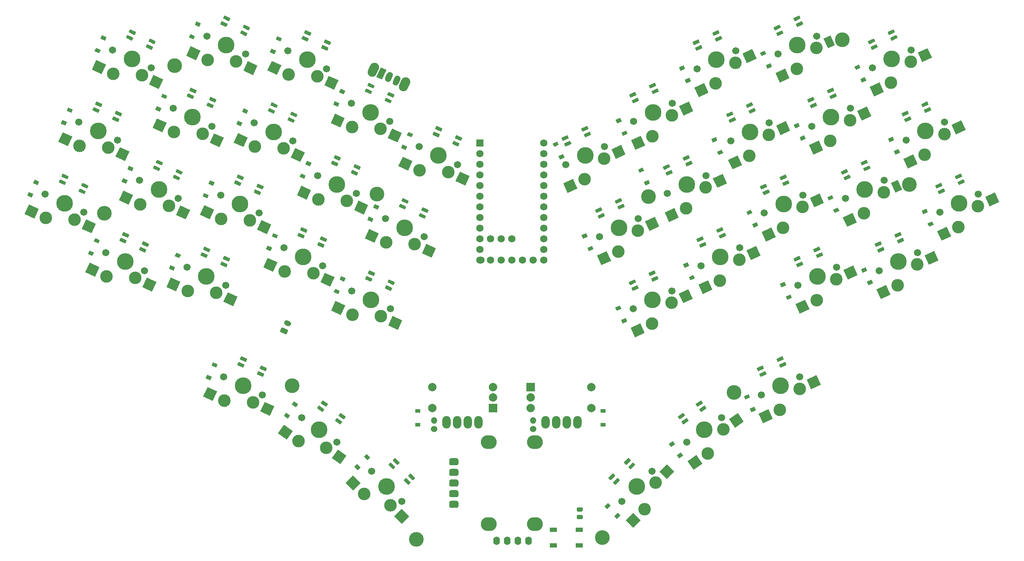
<source format=gbr>
%TF.GenerationSoftware,KiCad,Pcbnew,(5.1.10)-1*%
%TF.CreationDate,2021-12-08T15:35:40-08:00*%
%TF.ProjectId,barobord,6261726f-626f-4726-942e-6b696361645f,rev?*%
%TF.SameCoordinates,Original*%
%TF.FileFunction,Soldermask,Bot*%
%TF.FilePolarity,Negative*%
%FSLAX46Y46*%
G04 Gerber Fmt 4.6, Leading zero omitted, Abs format (unit mm)*
G04 Created by KiCad (PCBNEW (5.1.10)-1) date 2021-12-08 15:35:40*
%MOMM*%
%LPD*%
G01*
G04 APERTURE LIST*
%ADD10C,3.500000*%
%ADD11C,0.100000*%
%ADD12C,1.701800*%
%ADD13C,3.987800*%
%ADD14C,3.000000*%
%ADD15C,1.752600*%
%ADD16R,1.752600X1.752600*%
%ADD17O,2.000000X3.000000*%
%ADD18O,1.524000X1.524000*%
%ADD19C,1.524000*%
%ADD20R,2.000000X2.000000*%
%ADD21C,2.000000*%
%ADD22O,1.600000X2.000000*%
%ADD23R,1.200000X0.900000*%
%ADD24O,3.800000X3.300000*%
%ADD25R,1.800000X1.100000*%
G04 APERTURE END LIST*
D10*
%TO.C,*%
X198850215Y-116860260D03*
%TD*%
D11*
%TO.C,SW29*%
G36*
X237917159Y-66132231D02*
G01*
X238973705Y-68398000D01*
X237342351Y-69158713D01*
X236285805Y-66892944D01*
X237917159Y-66132231D01*
G37*
D12*
X234634933Y-66239401D03*
X225426845Y-70533203D03*
D13*
X230030889Y-68386302D03*
D14*
X234557372Y-69078148D03*
X229875768Y-74063796D03*
D11*
G36*
X227104384Y-73976891D02*
G01*
X228160929Y-76242660D01*
X225849844Y-77320337D01*
X224793299Y-75054568D01*
X227104384Y-73976891D01*
G37*
%TD*%
D10*
%TO.C,*%
X240653464Y-67255402D03*
%TD*%
D11*
%TO.C,SW9*%
G36*
X221857665Y-31692537D02*
G01*
X222914211Y-33958306D01*
X221282857Y-34719019D01*
X220226311Y-32453250D01*
X221857665Y-31692537D01*
G37*
D12*
X218575439Y-31799707D03*
X209367351Y-36093509D03*
D13*
X213971395Y-33946608D03*
D14*
X218497878Y-34638454D03*
X213816274Y-39624102D03*
D11*
G36*
X211044890Y-39537197D02*
G01*
X212101435Y-41802966D01*
X209790350Y-42880643D01*
X208733805Y-40614874D01*
X211044890Y-39537197D01*
G37*
%TD*%
D10*
%TO.C,*%
X224653970Y-32655708D03*
%TD*%
%TO.C,*%
X178448147Y-70061465D03*
%TD*%
%TO.C,*%
X167456750Y-151458799D03*
%TD*%
%TO.C,*%
X123053250Y-151858799D03*
%TD*%
%TO.C,*%
X93449785Y-115260260D03*
%TD*%
%TO.C,*%
X113651853Y-69461465D03*
%TD*%
%TO.C,*%
X48656536Y-74055402D03*
%TD*%
%TO.C,*%
X65456030Y-38855708D03*
%TD*%
%TO.C,SW46*%
G36*
G01*
X118994430Y-43420995D02*
X119543834Y-42242795D01*
G75*
G02*
X121005653Y-41710736I996939J-464880D01*
G01*
X121005653Y-41710736D01*
G75*
G02*
X121537712Y-43172555I-464880J-996939D01*
G01*
X120988308Y-44350755D01*
G75*
G02*
X119526489Y-44882814I-996939J464880D01*
G01*
X119526489Y-44882814D01*
G75*
G02*
X118994430Y-43420995I464880J996939D01*
G01*
G37*
G36*
G01*
X111562706Y-39955526D02*
X112112110Y-38777326D01*
G75*
G02*
X113573929Y-38245267I996939J-464880D01*
G01*
X113573929Y-38245267D01*
G75*
G02*
X114105988Y-39707086I-464880J-996939D01*
G01*
X113556584Y-40885286D01*
G75*
G02*
X112094765Y-41417345I-996939J464880D01*
G01*
X112094765Y-41417345D01*
G75*
G02*
X111562706Y-39955526I464880J996939D01*
G01*
G37*
G36*
G01*
X117471784Y-42545467D02*
X117894402Y-41639159D01*
G75*
G02*
X118891097Y-41276392I679731J-316964D01*
G01*
X118891097Y-41276392D01*
G75*
G02*
X119253864Y-42273087I-316964J-679731D01*
G01*
X118831246Y-43179395D01*
G75*
G02*
X117834551Y-43542162I-679731J316964D01*
G01*
X117834551Y-43542162D01*
G75*
G02*
X117471784Y-42545467I316964J679731D01*
G01*
G37*
G36*
G01*
X115659169Y-41700231D02*
X116081787Y-40793923D01*
G75*
G02*
X117078482Y-40431156I679731J-316964D01*
G01*
X117078482Y-40431156D01*
G75*
G02*
X117441249Y-41427851I-316964J-679731D01*
G01*
X117018631Y-42334159D01*
G75*
G02*
X116021936Y-42696926I-679731J316964D01*
G01*
X116021936Y-42696926D01*
G75*
G02*
X115659169Y-41700231I316964J679731D01*
G01*
G37*
D11*
G36*
X113529589Y-41534725D02*
G01*
X114586135Y-39268956D01*
X115945597Y-39902883D01*
X114889051Y-42168652D01*
X113529589Y-41534725D01*
G37*
%TD*%
%TO.C,J2*%
G36*
G01*
X92362894Y-100983393D02*
X91864424Y-100750953D01*
G75*
G02*
X91574210Y-99953597I253571J543785D01*
G01*
X91574210Y-99953597D01*
G75*
G02*
X92371566Y-99663383I543785J-253571D01*
G01*
X92870036Y-99895823D01*
G75*
G02*
X93160250Y-100693179I-253571J-543785D01*
G01*
X93160250Y-100693179D01*
G75*
G02*
X92362894Y-100983393I-543785J253571D01*
G01*
G37*
G36*
G01*
X91834865Y-102943925D02*
X90701979Y-102415652D01*
G75*
G02*
X90581057Y-102083422I105654J226576D01*
G01*
X90876891Y-101449005D01*
G75*
G02*
X91209121Y-101328083I226576J-105654D01*
G01*
X92342007Y-101856356D01*
G75*
G02*
X92462929Y-102188586I-105654J-226576D01*
G01*
X92167095Y-102823003D01*
G75*
G02*
X91834865Y-102943925I-226576J105654D01*
G01*
G37*
%TD*%
%TO.C,D56*%
G36*
G01*
X120886772Y-71813910D02*
X119585314Y-71207030D01*
G75*
G02*
X119545652Y-71098058I34655J74317D01*
G01*
X119822890Y-70503520D01*
G75*
G02*
X119931862Y-70463858I74317J-34655D01*
G01*
X121233320Y-71070738D01*
G75*
G02*
X121272982Y-71179710I-34655J-74317D01*
G01*
X120995744Y-71774248D01*
G75*
G02*
X120886772Y-71813910I-74317J34655D01*
G01*
G37*
G36*
G01*
X120252844Y-73173372D02*
X118951386Y-72566492D01*
G75*
G02*
X118911724Y-72457520I34655J74317D01*
G01*
X119188962Y-71862982D01*
G75*
G02*
X119297934Y-71823320I74317J-34655D01*
G01*
X120599392Y-72430200D01*
G75*
G02*
X120639054Y-72539172I-34655J-74317D01*
G01*
X120361816Y-73133710D01*
G75*
G02*
X120252844Y-73173372I-74317J34655D01*
G01*
G37*
G36*
G01*
X125599572Y-74011525D02*
X124298114Y-73404645D01*
G75*
G02*
X124258452Y-73295673I34655J74317D01*
G01*
X124535690Y-72701135D01*
G75*
G02*
X124644662Y-72661473I74317J-34655D01*
G01*
X125946120Y-73268353D01*
G75*
G02*
X125985782Y-73377325I-34655J-74317D01*
G01*
X125708544Y-73971863D01*
G75*
G02*
X125599572Y-74011525I-74317J34655D01*
G01*
G37*
G36*
G01*
X124965645Y-75370987D02*
X123664187Y-74764107D01*
G75*
G02*
X123624525Y-74655135I34655J74317D01*
G01*
X123901763Y-74060597D01*
G75*
G02*
X124010735Y-74020935I74317J-34655D01*
G01*
X125312193Y-74627815D01*
G75*
G02*
X125351855Y-74736787I-34655J-74317D01*
G01*
X125074617Y-75331325D01*
G75*
G02*
X124965645Y-75370987I-74317J34655D01*
G01*
G37*
%TD*%
D15*
%TO.C,U2*%
X138232593Y-57330404D03*
X138232593Y-59870404D03*
X138232593Y-62410404D03*
X138232593Y-64950404D03*
X138232593Y-67490404D03*
X138232593Y-70030404D03*
X138232593Y-72570404D03*
X138232593Y-75110404D03*
X138232593Y-77650404D03*
X138232593Y-80190404D03*
X138232593Y-82730404D03*
X153472593Y-85270404D03*
X153472593Y-82730404D03*
X153472593Y-80190404D03*
X153472593Y-77650404D03*
X153472593Y-75110404D03*
X153472593Y-72570404D03*
X153472593Y-70030404D03*
X153472593Y-67490404D03*
X153472593Y-64950404D03*
X153472593Y-62410404D03*
X153472593Y-59870404D03*
X138232593Y-85270404D03*
X153472593Y-57330404D03*
X140772593Y-80190404D03*
X143312593Y-80190404D03*
X145852593Y-80190404D03*
%TD*%
%TO.C,U1*%
X140772593Y-85270404D03*
X143312593Y-85270404D03*
X145852593Y-85270404D03*
X148392593Y-85270404D03*
X150932593Y-85270404D03*
X153472593Y-57330404D03*
X138461193Y-85270404D03*
X153472593Y-59870404D03*
X153472593Y-62410404D03*
X153472593Y-64950404D03*
X153472593Y-67490404D03*
X153472593Y-70030404D03*
X153472593Y-72570404D03*
X153472593Y-75110404D03*
X153472593Y-77650404D03*
X153472593Y-80190404D03*
X153472593Y-82730404D03*
X153472593Y-85270404D03*
X138232593Y-82730404D03*
X138232593Y-80190404D03*
X138232593Y-77650404D03*
X138232593Y-75110404D03*
X138232593Y-72570404D03*
X138232593Y-70030404D03*
X138232593Y-67490404D03*
X138232593Y-64950404D03*
X138232593Y-62410404D03*
X138232593Y-59870404D03*
D16*
X138232593Y-57330404D03*
%TD*%
%TO.C,D59*%
G36*
G01*
X101493458Y-120240985D02*
X100317156Y-119417329D01*
G75*
G02*
X100297019Y-119303126I47033J67170D01*
G01*
X100673285Y-118765762D01*
G75*
G02*
X100787488Y-118745625I67170J-47033D01*
G01*
X101963790Y-119569281D01*
G75*
G02*
X101983927Y-119683484I-47033J-67170D01*
G01*
X101607661Y-120220848D01*
G75*
G02*
X101493458Y-120240985I-67170J47033D01*
G01*
G37*
G36*
G01*
X100633093Y-121469713D02*
X99456791Y-120646057D01*
G75*
G02*
X99436654Y-120531854I47033J67170D01*
G01*
X99812920Y-119994490D01*
G75*
G02*
X99927123Y-119974353I67170J-47033D01*
G01*
X101103425Y-120798009D01*
G75*
G02*
X101123562Y-120912212I-47033J-67170D01*
G01*
X100747296Y-121449576D01*
G75*
G02*
X100633093Y-121469713I-67170J47033D01*
G01*
G37*
G36*
G01*
X105753048Y-123223582D02*
X104576746Y-122399926D01*
G75*
G02*
X104556609Y-122285723I47033J67170D01*
G01*
X104932875Y-121748359D01*
G75*
G02*
X105047078Y-121728222I67170J-47033D01*
G01*
X106223380Y-122551878D01*
G75*
G02*
X106243517Y-122666081I-47033J-67170D01*
G01*
X105867251Y-123203445D01*
G75*
G02*
X105753048Y-123223582I-67170J47033D01*
G01*
G37*
G36*
G01*
X104892684Y-124452310D02*
X103716382Y-123628654D01*
G75*
G02*
X103696245Y-123514451I47033J67170D01*
G01*
X104072511Y-122977087D01*
G75*
G02*
X104186714Y-122956950I67170J-47033D01*
G01*
X105363016Y-123780606D01*
G75*
G02*
X105383153Y-123894809I-47033J-67170D01*
G01*
X105006887Y-124432173D01*
G75*
G02*
X104892684Y-124452310I-67170J47033D01*
G01*
G37*
%TD*%
D17*
%TO.C,SW45*%
X161522593Y-123908404D03*
X158982593Y-123908404D03*
X156442593Y-123908404D03*
X153902593Y-123908404D03*
D18*
X150902593Y-123558404D03*
D19*
X150902593Y-125558404D03*
%TD*%
D20*
%TO.C,SW43*%
X150352593Y-115558404D03*
D21*
X150352593Y-118058404D03*
X150352593Y-120558404D03*
X164852593Y-115558404D03*
X164852593Y-120558404D03*
%TD*%
D20*
%TO.C,SW42*%
X141352593Y-120558404D03*
D21*
X141352593Y-118058404D03*
X141352593Y-115558404D03*
X126852593Y-120558404D03*
X126852593Y-115558404D03*
%TD*%
D17*
%TO.C,SW44*%
X137922593Y-123908404D03*
X135382593Y-123908404D03*
X132842593Y-123908404D03*
X130302593Y-123908404D03*
D18*
X127302593Y-123558404D03*
D19*
X127302593Y-125558404D03*
%TD*%
D22*
%TO.C,Brd1*%
X147332593Y-152258404D03*
X149872593Y-152258404D03*
X144792593Y-152258404D03*
X142252593Y-152258404D03*
%TD*%
D23*
%TO.C,D82*%
X167652593Y-121208404D03*
X167652593Y-124508404D03*
%TD*%
%TO.C,D81*%
X123452593Y-121208404D03*
X123452593Y-124508404D03*
%TD*%
D24*
%TO.C,J1*%
X140352593Y-128658404D03*
X151352593Y-128658404D03*
X151352593Y-148258404D03*
X140352593Y-148258404D03*
G36*
G01*
X133128593Y-132953404D02*
X133128593Y-133803404D01*
G75*
G02*
X132703593Y-134228404I-425000J0D01*
G01*
X131353593Y-134228404D01*
G75*
G02*
X130928593Y-133803404I0J425000D01*
G01*
X130928593Y-132953404D01*
G75*
G02*
X131353593Y-132528404I425000J0D01*
G01*
X132703593Y-132528404D01*
G75*
G02*
X133128593Y-132953404I0J-425000D01*
G01*
G37*
G36*
G01*
X132703593Y-136768404D02*
X131353593Y-136768404D01*
G75*
G02*
X130928593Y-136343404I0J425000D01*
G01*
X130928593Y-135493404D01*
G75*
G02*
X131353593Y-135068404I425000J0D01*
G01*
X132703593Y-135068404D01*
G75*
G02*
X133128593Y-135493404I0J-425000D01*
G01*
X133128593Y-136343404D01*
G75*
G02*
X132703593Y-136768404I-425000J0D01*
G01*
G37*
G36*
G01*
X132703593Y-139308404D02*
X131353593Y-139308404D01*
G75*
G02*
X130928593Y-138883404I0J425000D01*
G01*
X130928593Y-138033404D01*
G75*
G02*
X131353593Y-137608404I425000J0D01*
G01*
X132703593Y-137608404D01*
G75*
G02*
X133128593Y-138033404I0J-425000D01*
G01*
X133128593Y-138883404D01*
G75*
G02*
X132703593Y-139308404I-425000J0D01*
G01*
G37*
G36*
G01*
X132703593Y-141848404D02*
X131353593Y-141848404D01*
G75*
G02*
X130928593Y-141423404I0J425000D01*
G01*
X130928593Y-140573404D01*
G75*
G02*
X131353593Y-140148404I425000J0D01*
G01*
X132703593Y-140148404D01*
G75*
G02*
X133128593Y-140573404I0J-425000D01*
G01*
X133128593Y-141423404D01*
G75*
G02*
X132703593Y-141848404I-425000J0D01*
G01*
G37*
G36*
G01*
X132703593Y-144388404D02*
X131353593Y-144388404D01*
G75*
G02*
X130928593Y-143963404I0J425000D01*
G01*
X130928593Y-143113404D01*
G75*
G02*
X131353593Y-142688404I425000J0D01*
G01*
X132703593Y-142688404D01*
G75*
G02*
X133128593Y-143113404I0J-425000D01*
G01*
X133128593Y-143963404D01*
G75*
G02*
X132703593Y-144388404I-425000J0D01*
G01*
G37*
%TD*%
%TO.C,D57*%
G36*
G01*
X112857026Y-89033757D02*
X111555568Y-88426877D01*
G75*
G02*
X111515906Y-88317905I34655J74317D01*
G01*
X111793144Y-87723367D01*
G75*
G02*
X111902116Y-87683705I74317J-34655D01*
G01*
X113203574Y-88290585D01*
G75*
G02*
X113243236Y-88399557I-34655J-74317D01*
G01*
X112965998Y-88994095D01*
G75*
G02*
X112857026Y-89033757I-74317J34655D01*
G01*
G37*
G36*
G01*
X112223098Y-90393219D02*
X110921640Y-89786339D01*
G75*
G02*
X110881978Y-89677367I34655J74317D01*
G01*
X111159216Y-89082829D01*
G75*
G02*
X111268188Y-89043167I74317J-34655D01*
G01*
X112569646Y-89650047D01*
G75*
G02*
X112609308Y-89759019I-34655J-74317D01*
G01*
X112332070Y-90353557D01*
G75*
G02*
X112223098Y-90393219I-74317J34655D01*
G01*
G37*
G36*
G01*
X117569826Y-91231372D02*
X116268368Y-90624492D01*
G75*
G02*
X116228706Y-90515520I34655J74317D01*
G01*
X116505944Y-89920982D01*
G75*
G02*
X116614916Y-89881320I74317J-34655D01*
G01*
X117916374Y-90488200D01*
G75*
G02*
X117956036Y-90597172I-34655J-74317D01*
G01*
X117678798Y-91191710D01*
G75*
G02*
X117569826Y-91231372I-74317J34655D01*
G01*
G37*
G36*
G01*
X116935899Y-92590834D02*
X115634441Y-91983954D01*
G75*
G02*
X115594779Y-91874982I34655J74317D01*
G01*
X115872017Y-91280444D01*
G75*
G02*
X115980989Y-91240782I74317J-34655D01*
G01*
X117282447Y-91847662D01*
G75*
G02*
X117322109Y-91956634I-34655J-74317D01*
G01*
X117044871Y-92551172D01*
G75*
G02*
X116935899Y-92590834I-74317J34655D01*
G01*
G37*
%TD*%
%TO.C,D45*%
G36*
G01*
X62254030Y-62678747D02*
X60952572Y-62071867D01*
G75*
G02*
X60912910Y-61962895I34655J74317D01*
G01*
X61190148Y-61368357D01*
G75*
G02*
X61299120Y-61328695I74317J-34655D01*
G01*
X62600578Y-61935575D01*
G75*
G02*
X62640240Y-62044547I-34655J-74317D01*
G01*
X62363002Y-62639085D01*
G75*
G02*
X62254030Y-62678747I-74317J34655D01*
G01*
G37*
G36*
G01*
X61620102Y-64038209D02*
X60318644Y-63431329D01*
G75*
G02*
X60278982Y-63322357I34655J74317D01*
G01*
X60556220Y-62727819D01*
G75*
G02*
X60665192Y-62688157I74317J-34655D01*
G01*
X61966650Y-63295037D01*
G75*
G02*
X62006312Y-63404009I-34655J-74317D01*
G01*
X61729074Y-63998547D01*
G75*
G02*
X61620102Y-64038209I-74317J34655D01*
G01*
G37*
G36*
G01*
X66966830Y-64876362D02*
X65665372Y-64269482D01*
G75*
G02*
X65625710Y-64160510I34655J74317D01*
G01*
X65902948Y-63565972D01*
G75*
G02*
X66011920Y-63526310I74317J-34655D01*
G01*
X67313378Y-64133190D01*
G75*
G02*
X67353040Y-64242162I-34655J-74317D01*
G01*
X67075802Y-64836700D01*
G75*
G02*
X66966830Y-64876362I-74317J34655D01*
G01*
G37*
G36*
G01*
X66332903Y-66235824D02*
X65031445Y-65628944D01*
G75*
G02*
X64991783Y-65519972I34655J74317D01*
G01*
X65269021Y-64925434D01*
G75*
G02*
X65377993Y-64885772I74317J-34655D01*
G01*
X66679451Y-65492652D01*
G75*
G02*
X66719113Y-65601624I-34655J-74317D01*
G01*
X66441875Y-66196162D01*
G75*
G02*
X66332903Y-66235824I-74317J34655D01*
G01*
G37*
%TD*%
%TO.C,D65*%
G36*
G01*
X167401886Y-73404645D02*
X166100428Y-74011525D01*
G75*
G02*
X165991456Y-73971863I-34655J74317D01*
G01*
X165714218Y-73377325D01*
G75*
G02*
X165753880Y-73268353I74317J34655D01*
G01*
X167055338Y-72661473D01*
G75*
G02*
X167164310Y-72701135I34655J-74317D01*
G01*
X167441548Y-73295673D01*
G75*
G02*
X167401886Y-73404645I-74317J-34655D01*
G01*
G37*
G36*
G01*
X168035813Y-74764107D02*
X166734355Y-75370987D01*
G75*
G02*
X166625383Y-75331325I-34655J74317D01*
G01*
X166348145Y-74736787D01*
G75*
G02*
X166387807Y-74627815I74317J34655D01*
G01*
X167689265Y-74020935D01*
G75*
G02*
X167798237Y-74060597I34655J-74317D01*
G01*
X168075475Y-74655135D01*
G75*
G02*
X168035813Y-74764107I-74317J-34655D01*
G01*
G37*
G36*
G01*
X172114686Y-71207030D02*
X170813228Y-71813910D01*
G75*
G02*
X170704256Y-71774248I-34655J74317D01*
G01*
X170427018Y-71179710D01*
G75*
G02*
X170466680Y-71070738I74317J34655D01*
G01*
X171768138Y-70463858D01*
G75*
G02*
X171877110Y-70503520I34655J-74317D01*
G01*
X172154348Y-71098058D01*
G75*
G02*
X172114686Y-71207030I-74317J-34655D01*
G01*
G37*
G36*
G01*
X172748614Y-72566492D02*
X171447156Y-73173372D01*
G75*
G02*
X171338184Y-73133710I-34655J74317D01*
G01*
X171060946Y-72539172D01*
G75*
G02*
X171100608Y-72430200I74317J34655D01*
G01*
X172402066Y-71823320D01*
G75*
G02*
X172511038Y-71862982I34655J-74317D01*
G01*
X172788276Y-72457520D01*
G75*
G02*
X172748614Y-72566492I-74317J-34655D01*
G01*
G37*
%TD*%
%TO.C,D53*%
G36*
G01*
X104723471Y-61518393D02*
X103422013Y-60911513D01*
G75*
G02*
X103382351Y-60802541I34655J74317D01*
G01*
X103659589Y-60208003D01*
G75*
G02*
X103768561Y-60168341I74317J-34655D01*
G01*
X105070019Y-60775221D01*
G75*
G02*
X105109681Y-60884193I-34655J-74317D01*
G01*
X104832443Y-61478731D01*
G75*
G02*
X104723471Y-61518393I-74317J34655D01*
G01*
G37*
G36*
G01*
X104089543Y-62877855D02*
X102788085Y-62270975D01*
G75*
G02*
X102748423Y-62162003I34655J74317D01*
G01*
X103025661Y-61567465D01*
G75*
G02*
X103134633Y-61527803I74317J-34655D01*
G01*
X104436091Y-62134683D01*
G75*
G02*
X104475753Y-62243655I-34655J-74317D01*
G01*
X104198515Y-62838193D01*
G75*
G02*
X104089543Y-62877855I-74317J34655D01*
G01*
G37*
G36*
G01*
X109436271Y-63716008D02*
X108134813Y-63109128D01*
G75*
G02*
X108095151Y-63000156I34655J74317D01*
G01*
X108372389Y-62405618D01*
G75*
G02*
X108481361Y-62365956I74317J-34655D01*
G01*
X109782819Y-62972836D01*
G75*
G02*
X109822481Y-63081808I-34655J-74317D01*
G01*
X109545243Y-63676346D01*
G75*
G02*
X109436271Y-63716008I-74317J34655D01*
G01*
G37*
G36*
G01*
X108802344Y-65075470D02*
X107500886Y-64468590D01*
G75*
G02*
X107461224Y-64359618I34655J74317D01*
G01*
X107738462Y-63765080D01*
G75*
G02*
X107847434Y-63725418I74317J-34655D01*
G01*
X109148892Y-64332298D01*
G75*
G02*
X109188554Y-64441270I-34655J-74317D01*
G01*
X108911316Y-65035808D01*
G75*
G02*
X108802344Y-65075470I-74317J34655D01*
G01*
G37*
%TD*%
%TO.C,D52*%
G36*
G01*
X96693724Y-78738241D02*
X95392266Y-78131361D01*
G75*
G02*
X95352604Y-78022389I34655J74317D01*
G01*
X95629842Y-77427851D01*
G75*
G02*
X95738814Y-77388189I74317J-34655D01*
G01*
X97040272Y-77995069D01*
G75*
G02*
X97079934Y-78104041I-34655J-74317D01*
G01*
X96802696Y-78698579D01*
G75*
G02*
X96693724Y-78738241I-74317J34655D01*
G01*
G37*
G36*
G01*
X96059796Y-80097703D02*
X94758338Y-79490823D01*
G75*
G02*
X94718676Y-79381851I34655J74317D01*
G01*
X94995914Y-78787313D01*
G75*
G02*
X95104886Y-78747651I74317J-34655D01*
G01*
X96406344Y-79354531D01*
G75*
G02*
X96446006Y-79463503I-34655J-74317D01*
G01*
X96168768Y-80058041D01*
G75*
G02*
X96059796Y-80097703I-74317J34655D01*
G01*
G37*
G36*
G01*
X101406524Y-80935856D02*
X100105066Y-80328976D01*
G75*
G02*
X100065404Y-80220004I34655J74317D01*
G01*
X100342642Y-79625466D01*
G75*
G02*
X100451614Y-79585804I74317J-34655D01*
G01*
X101753072Y-80192684D01*
G75*
G02*
X101792734Y-80301656I-34655J-74317D01*
G01*
X101515496Y-80896194D01*
G75*
G02*
X101406524Y-80935856I-74317J34655D01*
G01*
G37*
G36*
G01*
X100772597Y-82295318D02*
X99471139Y-81688438D01*
G75*
G02*
X99431477Y-81579466I34655J74317D01*
G01*
X99708715Y-80984928D01*
G75*
G02*
X99817687Y-80945266I74317J-34655D01*
G01*
X101119145Y-81552146D01*
G75*
G02*
X101158807Y-81661118I-34655J-74317D01*
G01*
X100881569Y-82255656D01*
G75*
G02*
X100772597Y-82295318I-74317J34655D01*
G01*
G37*
%TD*%
%TO.C,D54*%
G36*
G01*
X112753218Y-44298546D02*
X111451760Y-43691666D01*
G75*
G02*
X111412098Y-43582694I34655J74317D01*
G01*
X111689336Y-42988156D01*
G75*
G02*
X111798308Y-42948494I74317J-34655D01*
G01*
X113099766Y-43555374D01*
G75*
G02*
X113139428Y-43664346I-34655J-74317D01*
G01*
X112862190Y-44258884D01*
G75*
G02*
X112753218Y-44298546I-74317J34655D01*
G01*
G37*
G36*
G01*
X112119290Y-45658008D02*
X110817832Y-45051128D01*
G75*
G02*
X110778170Y-44942156I34655J74317D01*
G01*
X111055408Y-44347618D01*
G75*
G02*
X111164380Y-44307956I74317J-34655D01*
G01*
X112465838Y-44914836D01*
G75*
G02*
X112505500Y-45023808I-34655J-74317D01*
G01*
X112228262Y-45618346D01*
G75*
G02*
X112119290Y-45658008I-74317J34655D01*
G01*
G37*
G36*
G01*
X117466018Y-46496161D02*
X116164560Y-45889281D01*
G75*
G02*
X116124898Y-45780309I34655J74317D01*
G01*
X116402136Y-45185771D01*
G75*
G02*
X116511108Y-45146109I74317J-34655D01*
G01*
X117812566Y-45752989D01*
G75*
G02*
X117852228Y-45861961I-34655J-74317D01*
G01*
X117574990Y-46456499D01*
G75*
G02*
X117466018Y-46496161I-74317J34655D01*
G01*
G37*
G36*
G01*
X116832091Y-47855623D02*
X115530633Y-47248743D01*
G75*
G02*
X115490971Y-47139771I34655J74317D01*
G01*
X115768209Y-46545233D01*
G75*
G02*
X115877181Y-46505571I74317J-34655D01*
G01*
X117178639Y-47112451D01*
G75*
G02*
X117218301Y-47221423I-34655J-74317D01*
G01*
X116941063Y-47815961D01*
G75*
G02*
X116832091Y-47855623I-74317J34655D01*
G01*
G37*
%TD*%
D11*
%TO.C,SW24*%
G36*
X103570856Y-89348766D02*
G01*
X102514311Y-91614535D01*
X100203226Y-90536858D01*
X101259771Y-88271089D01*
X103570856Y-89348766D01*
G37*
D12*
X100712849Y-86592697D03*
X91504761Y-82298895D03*
D13*
X96108805Y-84445796D03*
D14*
X98488387Y-88357993D03*
X91659882Y-87976389D03*
D11*
G36*
X89945043Y-85797525D02*
G01*
X88888498Y-88063294D01*
X86577413Y-86985617D01*
X87633958Y-84719848D01*
X89945043Y-85797525D01*
G37*
%TD*%
%TO.C,SW4*%
G36*
X119630350Y-54909071D02*
G01*
X118573805Y-57174840D01*
X116262720Y-56097163D01*
X117319265Y-53831394D01*
X119630350Y-54909071D01*
G37*
D12*
X116772343Y-52153002D03*
X107564255Y-47859200D03*
D13*
X112168299Y-50006101D03*
D14*
X114547881Y-53918298D03*
X107719376Y-53536694D03*
D11*
G36*
X106004537Y-51357830D02*
G01*
X104947992Y-53623599D01*
X102636907Y-52545922D01*
X103693452Y-50280153D01*
X106004537Y-51357830D01*
G37*
%TD*%
%TO.C,SW14*%
G36*
X111600603Y-72128918D02*
G01*
X110544058Y-74394687D01*
X108232973Y-73317010D01*
X109289518Y-71051241D01*
X111600603Y-72128918D01*
G37*
D12*
X108742596Y-69372849D03*
X99534508Y-65079047D03*
D13*
X104138552Y-67225948D03*
D14*
X106518134Y-71138145D03*
X99689629Y-70756541D03*
D11*
G36*
X97974790Y-68577677D02*
G01*
X96918245Y-70843446D01*
X94607160Y-69765769D01*
X95663705Y-67500000D01*
X97974790Y-68577677D01*
G37*
%TD*%
%TO.C,SW34*%
G36*
X106423612Y-131884513D02*
G01*
X104989671Y-133932393D01*
X102900834Y-132469773D01*
X104334775Y-130421893D01*
X106423612Y-131884513D01*
G37*
D12*
X104087610Y-128674027D03*
X95765026Y-122846491D03*
D13*
X99926318Y-125760259D03*
D14*
X101590403Y-130026231D03*
X94931904Y-128464667D03*
D11*
G36*
X93621472Y-126021126D02*
G01*
X92187531Y-128069006D01*
X90098694Y-126606386D01*
X91532635Y-124558506D01*
X93621472Y-126021126D01*
G37*
%TD*%
%TO.C,SW7*%
G36*
X188084108Y-47441406D02*
G01*
X189140653Y-49707175D01*
X186829568Y-50784852D01*
X185773023Y-48519083D01*
X188084108Y-47441406D01*
G37*
D12*
X184135745Y-47859200D03*
X174927657Y-52153002D03*
D13*
X179531701Y-50006101D03*
D14*
X184058184Y-50697947D03*
X179376580Y-55683595D03*
D11*
G36*
X176605196Y-55596690D02*
G01*
X177661741Y-57862459D01*
X175350656Y-58940136D01*
X174294111Y-56674367D01*
X176605196Y-55596690D01*
G37*
%TD*%
%TO.C,SW40*%
G36*
X246613043Y-83041454D02*
G01*
X247669588Y-85307223D01*
X245358503Y-86384900D01*
X244301958Y-84119131D01*
X246613043Y-83041454D01*
G37*
D12*
X242664680Y-83459248D03*
X233456592Y-87753050D03*
D13*
X238060636Y-85606149D03*
D14*
X242587119Y-86297995D03*
X237905515Y-91283643D03*
D11*
G36*
X235134131Y-91196738D02*
G01*
X236190676Y-93462507D01*
X233879591Y-94540184D01*
X232823046Y-92274415D01*
X235134131Y-91196738D01*
G37*
%TD*%
%TO.C,SW39*%
G36*
X227280105Y-86539662D02*
G01*
X228336650Y-88805431D01*
X226025565Y-89883108D01*
X224969020Y-87617339D01*
X227280105Y-86539662D01*
G37*
D12*
X223331742Y-86957456D03*
X214123654Y-91251258D03*
D13*
X218727698Y-89104357D03*
D14*
X223254181Y-89796203D03*
X218572577Y-94781851D03*
D11*
G36*
X215801193Y-94694946D02*
G01*
X216857738Y-96960715D01*
X214546653Y-98038392D01*
X213490108Y-95772623D01*
X215801193Y-94694946D01*
G37*
%TD*%
%TO.C,SW38*%
G36*
X218512622Y-112695565D02*
G01*
X219569167Y-114961334D01*
X217258082Y-116039011D01*
X216201537Y-113773242D01*
X218512622Y-112695565D01*
G37*
D12*
X214564259Y-113113359D03*
X205356171Y-117407161D03*
D13*
X209960215Y-115260260D03*
D14*
X214486698Y-115952106D03*
X209805094Y-120937754D03*
D11*
G36*
X207033710Y-120850849D02*
G01*
X208090255Y-123116618D01*
X205779170Y-124194295D01*
X204722625Y-121928526D01*
X207033710Y-120850849D01*
G37*
%TD*%
%TO.C,SW37*%
G36*
X199750804Y-121749417D02*
G01*
X201184745Y-123797297D01*
X199095908Y-125259917D01*
X197661967Y-123212037D01*
X199750804Y-121749417D01*
G37*
D12*
X195934974Y-122846491D03*
X187612390Y-128674027D03*
D13*
X191773682Y-125760259D03*
D14*
X196351535Y-125655579D03*
X192606804Y-131378436D03*
D11*
G36*
X189862432Y-131774097D02*
G01*
X191296373Y-133821977D01*
X189207536Y-135284597D01*
X187773595Y-133236717D01*
X189862432Y-131774097D01*
G37*
%TD*%
%TO.C,SW36*%
G36*
X182846206Y-133923678D02*
G01*
X184613973Y-135691445D01*
X182810850Y-137494568D01*
X181043083Y-135726801D01*
X182846206Y-133923678D01*
G37*
D12*
X179278852Y-135666697D03*
X172094648Y-142850901D03*
D13*
X175686750Y-139258799D03*
D14*
X180176878Y-138360773D03*
X177482801Y-144646953D03*
D11*
G36*
X174848829Y-145513158D02*
G01*
X176616596Y-147280925D01*
X174813473Y-149084048D01*
X173045706Y-147316281D01*
X174848829Y-145513158D01*
G37*
%TD*%
%TO.C,SW35*%
G36*
X121348371Y-146418255D02*
G01*
X119580604Y-148186022D01*
X117777481Y-146382899D01*
X119545248Y-144615132D01*
X121348371Y-146418255D01*
G37*
D12*
X119605352Y-142850901D03*
X112421148Y-135666697D03*
D13*
X116013250Y-139258799D03*
D14*
X116911276Y-143748927D03*
X110625096Y-141054850D03*
D11*
G36*
X109758891Y-138420878D02*
G01*
X107991124Y-140188645D01*
X106188001Y-138385522D01*
X107955768Y-136617755D01*
X109758891Y-138420878D01*
G37*
%TD*%
%TO.C,SW33*%
G36*
X89201836Y-120163230D02*
G01*
X88145291Y-122428999D01*
X85834206Y-121351322D01*
X86890751Y-119085553D01*
X89201836Y-120163230D01*
G37*
D12*
X86343829Y-117407161D03*
X77135741Y-113113359D03*
D13*
X81739785Y-115260260D03*
D14*
X84119367Y-119172457D03*
X77290862Y-118790853D03*
D11*
G36*
X75576023Y-116611989D02*
G01*
X74519478Y-118877758D01*
X72208393Y-117800081D01*
X73264938Y-115534312D01*
X75576023Y-116611989D01*
G37*
%TD*%
%TO.C,SW32*%
G36*
X80434353Y-94007327D02*
G01*
X79377808Y-96273096D01*
X77066723Y-95195419D01*
X78123268Y-92929650D01*
X80434353Y-94007327D01*
G37*
D12*
X77576346Y-91251258D03*
X68368258Y-86957456D03*
D13*
X72972302Y-89104357D03*
D14*
X75351884Y-93016554D03*
X68523379Y-92634950D03*
D11*
G36*
X66808540Y-90456086D02*
G01*
X65751995Y-92721855D01*
X63440910Y-91644178D01*
X64497455Y-89378409D01*
X66808540Y-90456086D01*
G37*
%TD*%
%TO.C,SW31*%
G36*
X61101415Y-90509119D02*
G01*
X60044870Y-92774888D01*
X57733785Y-91697211D01*
X58790330Y-89431442D01*
X61101415Y-90509119D01*
G37*
D12*
X58243408Y-87753050D03*
X49035320Y-83459248D03*
D13*
X53639364Y-85606149D03*
D14*
X56018946Y-89518346D03*
X49190441Y-89136742D03*
D11*
G36*
X47475602Y-86957878D02*
G01*
X46419057Y-89223647D01*
X44107972Y-88145970D01*
X45164517Y-85880201D01*
X47475602Y-86957878D01*
G37*
%TD*%
%TO.C,SW30*%
G36*
X261085871Y-69120707D02*
G01*
X262142416Y-71386476D01*
X259831331Y-72464153D01*
X258774786Y-70198384D01*
X261085871Y-69120707D01*
G37*
D12*
X257137508Y-69538501D03*
X247929420Y-73832303D03*
D13*
X252533464Y-71685402D03*
D14*
X257059947Y-72377248D03*
X252378343Y-77362896D03*
D11*
G36*
X249606959Y-77275991D02*
G01*
X250663504Y-79541760D01*
X248352419Y-80619437D01*
X247295874Y-78353668D01*
X249606959Y-77275991D01*
G37*
%TD*%
%TO.C,SW28*%
G36*
X219250358Y-69319815D02*
G01*
X220306903Y-71585584D01*
X217995818Y-72663261D01*
X216939273Y-70397492D01*
X219250358Y-69319815D01*
G37*
D12*
X215301995Y-69737609D03*
X206093907Y-74031411D03*
D13*
X210697951Y-71884510D03*
D14*
X215224434Y-72576356D03*
X210542830Y-77562004D03*
D11*
G36*
X207771446Y-77475099D02*
G01*
X208827991Y-79740868D01*
X206516906Y-80818545D01*
X205460361Y-78552776D01*
X207771446Y-77475099D01*
G37*
%TD*%
%TO.C,SW27*%
G36*
X204143602Y-81881101D02*
G01*
X205200147Y-84146870D01*
X202889062Y-85224547D01*
X201832517Y-82958778D01*
X204143602Y-81881101D01*
G37*
D12*
X200195239Y-82298895D03*
X190987151Y-86592697D03*
D13*
X195591195Y-84445796D03*
D14*
X200117678Y-85137642D03*
X195436074Y-90123290D03*
D11*
G36*
X192664690Y-90036385D02*
G01*
X193721235Y-92302154D01*
X191410150Y-93379831D01*
X190353605Y-91114062D01*
X192664690Y-90036385D01*
G37*
%TD*%
%TO.C,SW26*%
G36*
X187980300Y-92176617D02*
G01*
X189036845Y-94442386D01*
X186725760Y-95520063D01*
X185669215Y-93254294D01*
X187980300Y-92176617D01*
G37*
D12*
X184031937Y-92594411D03*
X174823849Y-96888213D03*
D13*
X179427893Y-94741312D03*
D14*
X183954376Y-95433158D03*
X179272772Y-100418806D03*
D11*
G36*
X176501388Y-100331901D02*
G01*
X177557933Y-102597670D01*
X175246848Y-103675347D01*
X174190303Y-101409578D01*
X176501388Y-100331901D01*
G37*
%TD*%
%TO.C,SW25*%
G36*
X119734158Y-99644282D02*
G01*
X118677613Y-101910051D01*
X116366528Y-100832374D01*
X117423073Y-98566605D01*
X119734158Y-99644282D01*
G37*
D12*
X116876151Y-96888213D03*
X107668063Y-92594411D03*
D13*
X112272107Y-94741312D03*
D14*
X114651689Y-98653509D03*
X107823184Y-98271905D03*
D11*
G36*
X106108345Y-96093041D02*
G01*
X105051800Y-98358810D01*
X102740715Y-97281133D01*
X103797260Y-95015364D01*
X106108345Y-96093041D01*
G37*
%TD*%
%TO.C,SW23*%
G36*
X88464100Y-76787480D02*
G01*
X87407555Y-79053249D01*
X85096470Y-77975572D01*
X86153015Y-75709803D01*
X88464100Y-76787480D01*
G37*
D12*
X85606093Y-74031411D03*
X76398005Y-69737609D03*
D13*
X81002049Y-71884510D03*
D14*
X83381631Y-75796707D03*
X76553126Y-75415103D03*
D11*
G36*
X74838287Y-73236239D02*
G01*
X73781742Y-75502008D01*
X71470657Y-74424331D01*
X72527202Y-72158562D01*
X74838287Y-73236239D01*
G37*
%TD*%
%TO.C,SW22*%
G36*
X69131162Y-73289272D02*
G01*
X68074617Y-75555041D01*
X65763532Y-74477364D01*
X66820077Y-72211595D01*
X69131162Y-73289272D01*
G37*
D12*
X66273155Y-70533203D03*
X57065067Y-66239401D03*
D13*
X61669111Y-68386302D03*
D14*
X64048693Y-72298499D03*
X57220188Y-71916895D03*
D11*
G36*
X55505349Y-69738031D02*
G01*
X54448804Y-72003800D01*
X52137719Y-70926123D01*
X53194264Y-68660354D01*
X55505349Y-69738031D01*
G37*
%TD*%
%TO.C,SW21*%
G36*
X46628587Y-76588372D02*
G01*
X45572042Y-78854141D01*
X43260957Y-77776464D01*
X44317502Y-75510695D01*
X46628587Y-76588372D01*
G37*
D12*
X43770580Y-73832303D03*
X34562492Y-69538501D03*
D13*
X39166536Y-71685402D03*
D14*
X41546118Y-75597599D03*
X34717613Y-75215995D03*
D11*
G36*
X33002774Y-73037131D02*
G01*
X31946229Y-75302900D01*
X29635144Y-74225223D01*
X30691689Y-71959454D01*
X33002774Y-73037131D01*
G37*
%TD*%
%TO.C,SW20*%
G36*
X253056124Y-51900860D02*
G01*
X254112669Y-54166629D01*
X251801584Y-55244306D01*
X250745039Y-52978537D01*
X253056124Y-51900860D01*
G37*
D12*
X249107761Y-52318654D03*
X239899673Y-56612456D03*
D13*
X244503717Y-54465555D03*
D14*
X249030200Y-55157401D03*
X244348596Y-60143049D03*
D11*
G36*
X241577212Y-60056144D02*
G01*
X242633757Y-62321913D01*
X240322672Y-63399590D01*
X239266127Y-61133821D01*
X241577212Y-60056144D01*
G37*
%TD*%
%TO.C,SW19*%
G36*
X230553549Y-48601760D02*
G01*
X231610094Y-50867529D01*
X229299009Y-51945206D01*
X228242464Y-49679437D01*
X230553549Y-48601760D01*
G37*
D12*
X226605186Y-49019554D03*
X217397098Y-53313356D03*
D13*
X222001142Y-51166455D03*
D14*
X226527625Y-51858301D03*
X221846021Y-56843949D03*
D11*
G36*
X219074637Y-56757044D02*
G01*
X220131182Y-59022813D01*
X217820097Y-60100490D01*
X216763552Y-57834721D01*
X219074637Y-56757044D01*
G37*
%TD*%
%TO.C,SW18*%
G36*
X211220611Y-52099968D02*
G01*
X212277156Y-54365737D01*
X209966071Y-55443414D01*
X208909526Y-53177645D01*
X211220611Y-52099968D01*
G37*
D12*
X207272248Y-52517762D03*
X198064160Y-56811564D03*
D13*
X202668204Y-54664663D03*
D14*
X207194687Y-55356509D03*
X202513083Y-60342157D03*
D11*
G36*
X199741699Y-60255252D02*
G01*
X200798244Y-62521021D01*
X198487159Y-63598698D01*
X197430614Y-61332929D01*
X199741699Y-60255252D01*
G37*
%TD*%
%TO.C,SW17*%
G36*
X196113855Y-64661253D02*
G01*
X197170400Y-66927022D01*
X194859315Y-68004699D01*
X193802770Y-65738930D01*
X196113855Y-64661253D01*
G37*
D12*
X192165492Y-65079047D03*
X182957404Y-69372849D03*
D13*
X187561448Y-67225948D03*
D14*
X192087931Y-67917794D03*
X187406327Y-72903442D03*
D11*
G36*
X184634943Y-72816537D02*
G01*
X185691488Y-75082306D01*
X183380403Y-76159983D01*
X182323858Y-73894214D01*
X184634943Y-72816537D01*
G37*
%TD*%
%TO.C,SW16*%
G36*
X179950554Y-74956770D02*
G01*
X181007099Y-77222539D01*
X178696014Y-78300216D01*
X177639469Y-76034447D01*
X179950554Y-74956770D01*
G37*
D12*
X176002191Y-75374564D03*
X166794103Y-79668366D03*
D13*
X171398147Y-77521465D03*
D14*
X175924630Y-78213311D03*
X171243026Y-83198959D03*
D11*
G36*
X168471642Y-83112054D02*
G01*
X169528187Y-85377823D01*
X167217102Y-86455500D01*
X166160557Y-84189731D01*
X168471642Y-83112054D01*
G37*
%TD*%
%TO.C,SW15*%
G36*
X127763904Y-82424435D02*
G01*
X126707359Y-84690204D01*
X124396274Y-83612527D01*
X125452819Y-81346758D01*
X127763904Y-82424435D01*
G37*
D12*
X124905897Y-79668366D03*
X115697809Y-75374564D03*
D13*
X120301853Y-77521465D03*
D14*
X122681435Y-81433662D03*
X115852930Y-81052058D03*
D11*
G36*
X114138091Y-78873194D02*
G01*
X113081546Y-81138963D01*
X110770461Y-80061286D01*
X111827006Y-77795517D01*
X114138091Y-78873194D01*
G37*
%TD*%
%TO.C,SW13*%
G36*
X96493847Y-59567633D02*
G01*
X95437302Y-61833402D01*
X93126217Y-60755725D01*
X94182762Y-58489956D01*
X96493847Y-59567633D01*
G37*
D12*
X93635840Y-56811564D03*
X84427752Y-52517762D03*
D13*
X89031796Y-54664663D03*
D14*
X91411378Y-58576860D03*
X84582873Y-58195256D03*
D11*
G36*
X82868034Y-56016392D02*
G01*
X81811489Y-58282161D01*
X79500404Y-57204484D01*
X80556949Y-54938715D01*
X82868034Y-56016392D01*
G37*
%TD*%
%TO.C,SW12*%
G36*
X77160909Y-56069425D02*
G01*
X76104364Y-58335194D01*
X73793279Y-57257517D01*
X74849824Y-54991748D01*
X77160909Y-56069425D01*
G37*
D12*
X74302902Y-53313356D03*
X65094814Y-49019554D03*
D13*
X69698858Y-51166455D03*
D14*
X72078440Y-55078652D03*
X65249935Y-54697048D03*
D11*
G36*
X63535096Y-52518184D02*
G01*
X62478551Y-54783953D01*
X60167466Y-53706276D01*
X61224011Y-51440507D01*
X63535096Y-52518184D01*
G37*
%TD*%
%TO.C,SW11*%
G36*
X54658334Y-59368525D02*
G01*
X53601789Y-61634294D01*
X51290704Y-60556617D01*
X52347249Y-58290848D01*
X54658334Y-59368525D01*
G37*
D12*
X51800327Y-56612456D03*
X42592239Y-52318654D03*
D13*
X47196283Y-54465555D03*
D14*
X49575865Y-58377752D03*
X42747360Y-57996148D03*
D11*
G36*
X41032521Y-55817284D02*
G01*
X39975976Y-58083053D01*
X37664891Y-57005376D01*
X38721436Y-54739607D01*
X41032521Y-55817284D01*
G37*
%TD*%
%TO.C,SW10*%
G36*
X245026377Y-34681013D02*
G01*
X246082922Y-36946782D01*
X243771837Y-38024459D01*
X242715292Y-35758690D01*
X245026377Y-34681013D01*
G37*
D12*
X241078014Y-35098807D03*
X231869926Y-39392609D03*
D13*
X236473970Y-37245708D03*
D14*
X241000453Y-37937554D03*
X236318849Y-42923202D03*
D11*
G36*
X233547465Y-42836297D02*
G01*
X234604010Y-45102066D01*
X232292925Y-46179743D01*
X231236380Y-43913974D01*
X233547465Y-42836297D01*
G37*
%TD*%
%TO.C,SW8*%
G36*
X203190864Y-34880121D02*
G01*
X204247409Y-37145890D01*
X201936324Y-38223567D01*
X200879779Y-35957798D01*
X203190864Y-34880121D01*
G37*
D12*
X199242501Y-35297915D03*
X190034413Y-39591717D03*
D13*
X194638457Y-37444816D03*
D14*
X199164940Y-38136662D03*
X194483336Y-43122310D03*
D11*
G36*
X191711952Y-43035405D02*
G01*
X192768497Y-45301174D01*
X190457412Y-46378851D01*
X189400867Y-44113082D01*
X191711952Y-43035405D01*
G37*
%TD*%
%TO.C,SW6*%
G36*
X171920807Y-57736923D02*
G01*
X172977352Y-60002692D01*
X170666267Y-61080369D01*
X169609722Y-58814600D01*
X171920807Y-57736923D01*
G37*
D12*
X167972444Y-58154717D03*
X158764356Y-62448519D03*
D13*
X163368400Y-60301618D03*
D14*
X167894883Y-60993464D03*
X163213279Y-65979112D03*
D11*
G36*
X160441895Y-65892207D02*
G01*
X161498440Y-68157976D01*
X159187355Y-69235653D01*
X158130810Y-66969884D01*
X160441895Y-65892207D01*
G37*
%TD*%
%TO.C,SW5*%
G36*
X135793651Y-65204588D02*
G01*
X134737106Y-67470357D01*
X132426021Y-66392680D01*
X133482566Y-64126911D01*
X135793651Y-65204588D01*
G37*
D12*
X132935644Y-62448519D03*
X123727556Y-58154717D03*
D13*
X128331600Y-60301618D03*
D14*
X130711182Y-64213815D03*
X123882677Y-63832211D03*
D11*
G36*
X122167838Y-61653347D02*
G01*
X121111293Y-63919116D01*
X118800208Y-62841439D01*
X119856753Y-60575670D01*
X122167838Y-61653347D01*
G37*
%TD*%
%TO.C,SW3*%
G36*
X104523594Y-42347786D02*
G01*
X103467049Y-44613555D01*
X101155964Y-43535878D01*
X102212509Y-41270109D01*
X104523594Y-42347786D01*
G37*
D12*
X101665587Y-39591717D03*
X92457499Y-35297915D03*
D13*
X97061543Y-37444816D03*
D14*
X99441125Y-41357013D03*
X92612620Y-40975409D03*
D11*
G36*
X90897781Y-38796545D02*
G01*
X89841236Y-41062314D01*
X87530151Y-39984637D01*
X88586696Y-37718868D01*
X90897781Y-38796545D01*
G37*
%TD*%
%TO.C,SW2*%
G36*
X85190656Y-38849578D02*
G01*
X84134111Y-41115347D01*
X81823026Y-40037670D01*
X82879571Y-37771901D01*
X85190656Y-38849578D01*
G37*
D12*
X82332649Y-36093509D03*
X73124561Y-31799707D03*
D13*
X77728605Y-33946608D03*
D14*
X80108187Y-37858805D03*
X73279682Y-37477201D03*
D11*
G36*
X71564843Y-35298337D02*
G01*
X70508298Y-37564106D01*
X68197213Y-36486429D01*
X69253758Y-34220660D01*
X71564843Y-35298337D01*
G37*
%TD*%
%TO.C,SW1*%
G36*
X62688081Y-42148678D02*
G01*
X61631536Y-44414447D01*
X59320451Y-43336770D01*
X60376996Y-41071001D01*
X62688081Y-42148678D01*
G37*
D12*
X59830074Y-39392609D03*
X50621986Y-35098807D03*
D13*
X55226030Y-37245708D03*
D14*
X57605612Y-41157905D03*
X50777107Y-40776301D03*
D11*
G36*
X49062268Y-38597437D02*
G01*
X48005723Y-40863206D01*
X45694638Y-39785529D01*
X46751183Y-37519760D01*
X49062268Y-38597437D01*
G37*
%TD*%
D25*
%TO.C,SW41*%
X155756750Y-149608799D03*
X161956750Y-153308799D03*
X155756750Y-153308799D03*
X161956750Y-149608799D03*
%TD*%
%TO.C,R4*%
G36*
G01*
X161606748Y-146058799D02*
X162506752Y-146058799D01*
G75*
G02*
X162756750Y-146308797I0J-249998D01*
G01*
X162756750Y-146833801D01*
G75*
G02*
X162506752Y-147083799I-249998J0D01*
G01*
X161606748Y-147083799D01*
G75*
G02*
X161356750Y-146833801I0J249998D01*
G01*
X161356750Y-146308797D01*
G75*
G02*
X161606748Y-146058799I249998J0D01*
G01*
G37*
G36*
G01*
X161606748Y-144233799D02*
X162506752Y-144233799D01*
G75*
G02*
X162756750Y-144483797I0J-249998D01*
G01*
X162756750Y-145008801D01*
G75*
G02*
X162506752Y-145258799I-249998J0D01*
G01*
X161606748Y-145258799D01*
G75*
G02*
X161356750Y-145008801I0J249998D01*
G01*
X161356750Y-144483797D01*
G75*
G02*
X161606748Y-144233799I249998J0D01*
G01*
G37*
%TD*%
%TO.C,D77*%
G36*
G01*
X234064375Y-81489329D02*
X232762917Y-82096209D01*
G75*
G02*
X232653945Y-82056547I-34655J74317D01*
G01*
X232376707Y-81462009D01*
G75*
G02*
X232416369Y-81353037I74317J34655D01*
G01*
X233717827Y-80746157D01*
G75*
G02*
X233826799Y-80785819I34655J-74317D01*
G01*
X234104037Y-81380357D01*
G75*
G02*
X234064375Y-81489329I-74317J-34655D01*
G01*
G37*
G36*
G01*
X234698302Y-82848791D02*
X233396844Y-83455671D01*
G75*
G02*
X233287872Y-83416009I-34655J74317D01*
G01*
X233010634Y-82821471D01*
G75*
G02*
X233050296Y-82712499I74317J34655D01*
G01*
X234351754Y-82105619D01*
G75*
G02*
X234460726Y-82145281I34655J-74317D01*
G01*
X234737964Y-82739819D01*
G75*
G02*
X234698302Y-82848791I-74317J-34655D01*
G01*
G37*
G36*
G01*
X238777175Y-79291714D02*
X237475717Y-79898594D01*
G75*
G02*
X237366745Y-79858932I-34655J74317D01*
G01*
X237089507Y-79264394D01*
G75*
G02*
X237129169Y-79155422I74317J34655D01*
G01*
X238430627Y-78548542D01*
G75*
G02*
X238539599Y-78588204I34655J-74317D01*
G01*
X238816837Y-79182742D01*
G75*
G02*
X238777175Y-79291714I-74317J-34655D01*
G01*
G37*
G36*
G01*
X239411103Y-80651176D02*
X238109645Y-81258056D01*
G75*
G02*
X238000673Y-81218394I-34655J74317D01*
G01*
X237723435Y-80623856D01*
G75*
G02*
X237763097Y-80514884I74317J34655D01*
G01*
X239064555Y-79908004D01*
G75*
G02*
X239173527Y-79947666I34655J-74317D01*
G01*
X239450765Y-80542204D01*
G75*
G02*
X239411103Y-80651176I-74317J-34655D01*
G01*
G37*
%TD*%
%TO.C,D70*%
G36*
G01*
X214731437Y-84987537D02*
X213429979Y-85594417D01*
G75*
G02*
X213321007Y-85554755I-34655J74317D01*
G01*
X213043769Y-84960217D01*
G75*
G02*
X213083431Y-84851245I74317J34655D01*
G01*
X214384889Y-84244365D01*
G75*
G02*
X214493861Y-84284027I34655J-74317D01*
G01*
X214771099Y-84878565D01*
G75*
G02*
X214731437Y-84987537I-74317J-34655D01*
G01*
G37*
G36*
G01*
X215365364Y-86346999D02*
X214063906Y-86953879D01*
G75*
G02*
X213954934Y-86914217I-34655J74317D01*
G01*
X213677696Y-86319679D01*
G75*
G02*
X213717358Y-86210707I74317J34655D01*
G01*
X215018816Y-85603827D01*
G75*
G02*
X215127788Y-85643489I34655J-74317D01*
G01*
X215405026Y-86238027D01*
G75*
G02*
X215365364Y-86346999I-74317J-34655D01*
G01*
G37*
G36*
G01*
X219444237Y-82789922D02*
X218142779Y-83396802D01*
G75*
G02*
X218033807Y-83357140I-34655J74317D01*
G01*
X217756569Y-82762602D01*
G75*
G02*
X217796231Y-82653630I74317J34655D01*
G01*
X219097689Y-82046750D01*
G75*
G02*
X219206661Y-82086412I34655J-74317D01*
G01*
X219483899Y-82680950D01*
G75*
G02*
X219444237Y-82789922I-74317J-34655D01*
G01*
G37*
G36*
G01*
X220078165Y-84149384D02*
X218776707Y-84756264D01*
G75*
G02*
X218667735Y-84716602I-34655J74317D01*
G01*
X218390497Y-84122064D01*
G75*
G02*
X218430159Y-84013092I74317J34655D01*
G01*
X219731617Y-83406212D01*
G75*
G02*
X219840589Y-83445874I34655J-74317D01*
G01*
X220117827Y-84040412D01*
G75*
G02*
X220078165Y-84149384I-74317J-34655D01*
G01*
G37*
%TD*%
%TO.C,D63*%
G36*
G01*
X205963954Y-111143440D02*
X204662496Y-111750320D01*
G75*
G02*
X204553524Y-111710658I-34655J74317D01*
G01*
X204276286Y-111116120D01*
G75*
G02*
X204315948Y-111007148I74317J34655D01*
G01*
X205617406Y-110400268D01*
G75*
G02*
X205726378Y-110439930I34655J-74317D01*
G01*
X206003616Y-111034468D01*
G75*
G02*
X205963954Y-111143440I-74317J-34655D01*
G01*
G37*
G36*
G01*
X206597881Y-112502902D02*
X205296423Y-113109782D01*
G75*
G02*
X205187451Y-113070120I-34655J74317D01*
G01*
X204910213Y-112475582D01*
G75*
G02*
X204949875Y-112366610I74317J34655D01*
G01*
X206251333Y-111759730D01*
G75*
G02*
X206360305Y-111799392I34655J-74317D01*
G01*
X206637543Y-112393930D01*
G75*
G02*
X206597881Y-112502902I-74317J-34655D01*
G01*
G37*
G36*
G01*
X210676754Y-108945825D02*
X209375296Y-109552705D01*
G75*
G02*
X209266324Y-109513043I-34655J74317D01*
G01*
X208989086Y-108918505D01*
G75*
G02*
X209028748Y-108809533I74317J34655D01*
G01*
X210330206Y-108202653D01*
G75*
G02*
X210439178Y-108242315I34655J-74317D01*
G01*
X210716416Y-108836853D01*
G75*
G02*
X210676754Y-108945825I-74317J-34655D01*
G01*
G37*
G36*
G01*
X211310682Y-110305287D02*
X210009224Y-110912167D01*
G75*
G02*
X209900252Y-110872505I-34655J74317D01*
G01*
X209623014Y-110277967D01*
G75*
G02*
X209662676Y-110168995I74317J34655D01*
G01*
X210964134Y-109562115D01*
G75*
G02*
X211073106Y-109601777I34655J-74317D01*
G01*
X211350344Y-110196315D01*
G75*
G02*
X211310682Y-110305287I-74317J-34655D01*
G01*
G37*
%TD*%
%TO.C,D62*%
G36*
G01*
X187123254Y-122399926D02*
X185946952Y-123223582D01*
G75*
G02*
X185832749Y-123203445I-47033J67170D01*
G01*
X185456483Y-122666081D01*
G75*
G02*
X185476620Y-122551878I67170J47033D01*
G01*
X186652922Y-121728222D01*
G75*
G02*
X186767125Y-121748359I47033J-67170D01*
G01*
X187143391Y-122285723D01*
G75*
G02*
X187123254Y-122399926I-67170J-47033D01*
G01*
G37*
G36*
G01*
X187983618Y-123628654D02*
X186807316Y-124452310D01*
G75*
G02*
X186693113Y-124432173I-47033J67170D01*
G01*
X186316847Y-123894809D01*
G75*
G02*
X186336984Y-123780606I67170J47033D01*
G01*
X187513286Y-122956950D01*
G75*
G02*
X187627489Y-122977087I47033J-67170D01*
G01*
X188003755Y-123514451D01*
G75*
G02*
X187983618Y-123628654I-67170J-47033D01*
G01*
G37*
G36*
G01*
X191382844Y-119417329D02*
X190206542Y-120240985D01*
G75*
G02*
X190092339Y-120220848I-47033J67170D01*
G01*
X189716073Y-119683484D01*
G75*
G02*
X189736210Y-119569281I67170J47033D01*
G01*
X190912512Y-118745625D01*
G75*
G02*
X191026715Y-118765762I47033J-67170D01*
G01*
X191402981Y-119303126D01*
G75*
G02*
X191382844Y-119417329I-67170J-47033D01*
G01*
G37*
G36*
G01*
X192243209Y-120646057D02*
X191066907Y-121469713D01*
G75*
G02*
X190952704Y-121449576I-47033J67170D01*
G01*
X190576438Y-120912212D01*
G75*
G02*
X190596575Y-120798009I67170J47033D01*
G01*
X191772877Y-119974353D01*
G75*
G02*
X191887080Y-119994490I47033J-67170D01*
G01*
X192263346Y-120531854D01*
G75*
G02*
X192243209Y-120646057I-67170J-47033D01*
G01*
G37*
%TD*%
%TO.C,D61*%
G36*
G01*
X170523458Y-136757056D02*
X169508052Y-137772462D01*
G75*
G02*
X169392086Y-137772462I-57983J57983D01*
G01*
X168928224Y-137308600D01*
G75*
G02*
X168928224Y-137192634I57983J57983D01*
G01*
X169943630Y-136177228D01*
G75*
G02*
X170059596Y-136177228I57983J-57983D01*
G01*
X170523458Y-136641090D01*
G75*
G02*
X170523458Y-136757056I-57983J-57983D01*
G01*
G37*
G36*
G01*
X171584118Y-137817716D02*
X170568712Y-138833122D01*
G75*
G02*
X170452746Y-138833122I-57983J57983D01*
G01*
X169988884Y-138369260D01*
G75*
G02*
X169988884Y-138253294I57983J57983D01*
G01*
X171004290Y-137237888D01*
G75*
G02*
X171120256Y-137237888I57983J-57983D01*
G01*
X171584118Y-137701750D01*
G75*
G02*
X171584118Y-137817716I-57983J-57983D01*
G01*
G37*
G36*
G01*
X174200413Y-133080101D02*
X173185007Y-134095507D01*
G75*
G02*
X173069041Y-134095507I-57983J57983D01*
G01*
X172605179Y-133631645D01*
G75*
G02*
X172605179Y-133515679I57983J57983D01*
G01*
X173620585Y-132500273D01*
G75*
G02*
X173736551Y-132500273I57983J-57983D01*
G01*
X174200413Y-132964135D01*
G75*
G02*
X174200413Y-133080101I-57983J-57983D01*
G01*
G37*
G36*
G01*
X175261073Y-134140761D02*
X174245667Y-135156167D01*
G75*
G02*
X174129701Y-135156167I-57983J57983D01*
G01*
X173665839Y-134692305D01*
G75*
G02*
X173665839Y-134576339I57983J57983D01*
G01*
X174681245Y-133560933D01*
G75*
G02*
X174797211Y-133560933I57983J-57983D01*
G01*
X175261073Y-134024795D01*
G75*
G02*
X175261073Y-134140761I-57983J-57983D01*
G01*
G37*
%TD*%
%TO.C,D60*%
G36*
G01*
X118514993Y-134095507D02*
X117499587Y-133080101D01*
G75*
G02*
X117499587Y-132964135I57983J57983D01*
G01*
X117963449Y-132500273D01*
G75*
G02*
X118079415Y-132500273I57983J-57983D01*
G01*
X119094821Y-133515679D01*
G75*
G02*
X119094821Y-133631645I-57983J-57983D01*
G01*
X118630959Y-134095507D01*
G75*
G02*
X118514993Y-134095507I-57983J57983D01*
G01*
G37*
G36*
G01*
X117454333Y-135156167D02*
X116438927Y-134140761D01*
G75*
G02*
X116438927Y-134024795I57983J57983D01*
G01*
X116902789Y-133560933D01*
G75*
G02*
X117018755Y-133560933I57983J-57983D01*
G01*
X118034161Y-134576339D01*
G75*
G02*
X118034161Y-134692305I-57983J-57983D01*
G01*
X117570299Y-135156167D01*
G75*
G02*
X117454333Y-135156167I-57983J57983D01*
G01*
G37*
G36*
G01*
X122191948Y-137772462D02*
X121176542Y-136757056D01*
G75*
G02*
X121176542Y-136641090I57983J57983D01*
G01*
X121640404Y-136177228D01*
G75*
G02*
X121756370Y-136177228I57983J-57983D01*
G01*
X122771776Y-137192634D01*
G75*
G02*
X122771776Y-137308600I-57983J-57983D01*
G01*
X122307914Y-137772462D01*
G75*
G02*
X122191948Y-137772462I-57983J57983D01*
G01*
G37*
G36*
G01*
X121131288Y-138833122D02*
X120115882Y-137817716D01*
G75*
G02*
X120115882Y-137701750I57983J57983D01*
G01*
X120579744Y-137237888D01*
G75*
G02*
X120695710Y-137237888I57983J-57983D01*
G01*
X121711116Y-138253294D01*
G75*
G02*
X121711116Y-138369260I-57983J-57983D01*
G01*
X121247254Y-138833122D01*
G75*
G02*
X121131288Y-138833122I-57983J57983D01*
G01*
G37*
%TD*%
%TO.C,D58*%
G36*
G01*
X82324704Y-109552705D02*
X81023246Y-108945825D01*
G75*
G02*
X80983584Y-108836853I34655J74317D01*
G01*
X81260822Y-108242315D01*
G75*
G02*
X81369794Y-108202653I74317J-34655D01*
G01*
X82671252Y-108809533D01*
G75*
G02*
X82710914Y-108918505I-34655J-74317D01*
G01*
X82433676Y-109513043D01*
G75*
G02*
X82324704Y-109552705I-74317J34655D01*
G01*
G37*
G36*
G01*
X81690776Y-110912167D02*
X80389318Y-110305287D01*
G75*
G02*
X80349656Y-110196315I34655J74317D01*
G01*
X80626894Y-109601777D01*
G75*
G02*
X80735866Y-109562115I74317J-34655D01*
G01*
X82037324Y-110168995D01*
G75*
G02*
X82076986Y-110277967I-34655J-74317D01*
G01*
X81799748Y-110872505D01*
G75*
G02*
X81690776Y-110912167I-74317J34655D01*
G01*
G37*
G36*
G01*
X87037504Y-111750320D02*
X85736046Y-111143440D01*
G75*
G02*
X85696384Y-111034468I34655J74317D01*
G01*
X85973622Y-110439930D01*
G75*
G02*
X86082594Y-110400268I74317J-34655D01*
G01*
X87384052Y-111007148D01*
G75*
G02*
X87423714Y-111116120I-34655J-74317D01*
G01*
X87146476Y-111710658D01*
G75*
G02*
X87037504Y-111750320I-74317J34655D01*
G01*
G37*
G36*
G01*
X86403577Y-113109782D02*
X85102119Y-112502902D01*
G75*
G02*
X85062457Y-112393930I34655J74317D01*
G01*
X85339695Y-111799392D01*
G75*
G02*
X85448667Y-111759730I74317J-34655D01*
G01*
X86750125Y-112366610D01*
G75*
G02*
X86789787Y-112475582I-34655J-74317D01*
G01*
X86512549Y-113070120D01*
G75*
G02*
X86403577Y-113109782I-74317J34655D01*
G01*
G37*
%TD*%
%TO.C,D51*%
G36*
G01*
X73557221Y-83396802D02*
X72255763Y-82789922D01*
G75*
G02*
X72216101Y-82680950I34655J74317D01*
G01*
X72493339Y-82086412D01*
G75*
G02*
X72602311Y-82046750I74317J-34655D01*
G01*
X73903769Y-82653630D01*
G75*
G02*
X73943431Y-82762602I-34655J-74317D01*
G01*
X73666193Y-83357140D01*
G75*
G02*
X73557221Y-83396802I-74317J34655D01*
G01*
G37*
G36*
G01*
X72923293Y-84756264D02*
X71621835Y-84149384D01*
G75*
G02*
X71582173Y-84040412I34655J74317D01*
G01*
X71859411Y-83445874D01*
G75*
G02*
X71968383Y-83406212I74317J-34655D01*
G01*
X73269841Y-84013092D01*
G75*
G02*
X73309503Y-84122064I-34655J-74317D01*
G01*
X73032265Y-84716602D01*
G75*
G02*
X72923293Y-84756264I-74317J34655D01*
G01*
G37*
G36*
G01*
X78270021Y-85594417D02*
X76968563Y-84987537D01*
G75*
G02*
X76928901Y-84878565I34655J74317D01*
G01*
X77206139Y-84284027D01*
G75*
G02*
X77315111Y-84244365I74317J-34655D01*
G01*
X78616569Y-84851245D01*
G75*
G02*
X78656231Y-84960217I-34655J-74317D01*
G01*
X78378993Y-85554755D01*
G75*
G02*
X78270021Y-85594417I-74317J34655D01*
G01*
G37*
G36*
G01*
X77636094Y-86953879D02*
X76334636Y-86346999D01*
G75*
G02*
X76294974Y-86238027I34655J74317D01*
G01*
X76572212Y-85643489D01*
G75*
G02*
X76681184Y-85603827I74317J-34655D01*
G01*
X77982642Y-86210707D01*
G75*
G02*
X78022304Y-86319679I-34655J-74317D01*
G01*
X77745066Y-86914217D01*
G75*
G02*
X77636094Y-86953879I-74317J34655D01*
G01*
G37*
%TD*%
%TO.C,D44*%
G36*
G01*
X54224283Y-79898594D02*
X52922825Y-79291714D01*
G75*
G02*
X52883163Y-79182742I34655J74317D01*
G01*
X53160401Y-78588204D01*
G75*
G02*
X53269373Y-78548542I74317J-34655D01*
G01*
X54570831Y-79155422D01*
G75*
G02*
X54610493Y-79264394I-34655J-74317D01*
G01*
X54333255Y-79858932D01*
G75*
G02*
X54224283Y-79898594I-74317J34655D01*
G01*
G37*
G36*
G01*
X53590355Y-81258056D02*
X52288897Y-80651176D01*
G75*
G02*
X52249235Y-80542204I34655J74317D01*
G01*
X52526473Y-79947666D01*
G75*
G02*
X52635445Y-79908004I74317J-34655D01*
G01*
X53936903Y-80514884D01*
G75*
G02*
X53976565Y-80623856I-34655J-74317D01*
G01*
X53699327Y-81218394D01*
G75*
G02*
X53590355Y-81258056I-74317J34655D01*
G01*
G37*
G36*
G01*
X58937083Y-82096209D02*
X57635625Y-81489329D01*
G75*
G02*
X57595963Y-81380357I34655J74317D01*
G01*
X57873201Y-80785819D01*
G75*
G02*
X57982173Y-80746157I74317J-34655D01*
G01*
X59283631Y-81353037D01*
G75*
G02*
X59323293Y-81462009I-34655J-74317D01*
G01*
X59046055Y-82056547D01*
G75*
G02*
X58937083Y-82096209I-74317J34655D01*
G01*
G37*
G36*
G01*
X58303156Y-83455671D02*
X57001698Y-82848791D01*
G75*
G02*
X56962036Y-82739819I34655J74317D01*
G01*
X57239274Y-82145281D01*
G75*
G02*
X57348246Y-82105619I74317J-34655D01*
G01*
X58649704Y-82712499D01*
G75*
G02*
X58689366Y-82821471I-34655J-74317D01*
G01*
X58412128Y-83416009D01*
G75*
G02*
X58303156Y-83455671I-74317J34655D01*
G01*
G37*
%TD*%
%TO.C,D78*%
G36*
G01*
X248537203Y-67568582D02*
X247235745Y-68175462D01*
G75*
G02*
X247126773Y-68135800I-34655J74317D01*
G01*
X246849535Y-67541262D01*
G75*
G02*
X246889197Y-67432290I74317J34655D01*
G01*
X248190655Y-66825410D01*
G75*
G02*
X248299627Y-66865072I34655J-74317D01*
G01*
X248576865Y-67459610D01*
G75*
G02*
X248537203Y-67568582I-74317J-34655D01*
G01*
G37*
G36*
G01*
X249171130Y-68928044D02*
X247869672Y-69534924D01*
G75*
G02*
X247760700Y-69495262I-34655J74317D01*
G01*
X247483462Y-68900724D01*
G75*
G02*
X247523124Y-68791752I74317J34655D01*
G01*
X248824582Y-68184872D01*
G75*
G02*
X248933554Y-68224534I34655J-74317D01*
G01*
X249210792Y-68819072D01*
G75*
G02*
X249171130Y-68928044I-74317J-34655D01*
G01*
G37*
G36*
G01*
X253250003Y-65370967D02*
X251948545Y-65977847D01*
G75*
G02*
X251839573Y-65938185I-34655J74317D01*
G01*
X251562335Y-65343647D01*
G75*
G02*
X251601997Y-65234675I74317J34655D01*
G01*
X252903455Y-64627795D01*
G75*
G02*
X253012427Y-64667457I34655J-74317D01*
G01*
X253289665Y-65261995D01*
G75*
G02*
X253250003Y-65370967I-74317J-34655D01*
G01*
G37*
G36*
G01*
X253883931Y-66730429D02*
X252582473Y-67337309D01*
G75*
G02*
X252473501Y-67297647I-34655J74317D01*
G01*
X252196263Y-66703109D01*
G75*
G02*
X252235925Y-66594137I74317J34655D01*
G01*
X253537383Y-65987257D01*
G75*
G02*
X253646355Y-66026919I34655J-74317D01*
G01*
X253923593Y-66621457D01*
G75*
G02*
X253883931Y-66730429I-74317J-34655D01*
G01*
G37*
%TD*%
%TO.C,D76*%
G36*
G01*
X226034628Y-64269482D02*
X224733170Y-64876362D01*
G75*
G02*
X224624198Y-64836700I-34655J74317D01*
G01*
X224346960Y-64242162D01*
G75*
G02*
X224386622Y-64133190I74317J34655D01*
G01*
X225688080Y-63526310D01*
G75*
G02*
X225797052Y-63565972I34655J-74317D01*
G01*
X226074290Y-64160510D01*
G75*
G02*
X226034628Y-64269482I-74317J-34655D01*
G01*
G37*
G36*
G01*
X226668555Y-65628944D02*
X225367097Y-66235824D01*
G75*
G02*
X225258125Y-66196162I-34655J74317D01*
G01*
X224980887Y-65601624D01*
G75*
G02*
X225020549Y-65492652I74317J34655D01*
G01*
X226322007Y-64885772D01*
G75*
G02*
X226430979Y-64925434I34655J-74317D01*
G01*
X226708217Y-65519972D01*
G75*
G02*
X226668555Y-65628944I-74317J-34655D01*
G01*
G37*
G36*
G01*
X230747428Y-62071867D02*
X229445970Y-62678747D01*
G75*
G02*
X229336998Y-62639085I-34655J74317D01*
G01*
X229059760Y-62044547D01*
G75*
G02*
X229099422Y-61935575I74317J34655D01*
G01*
X230400880Y-61328695D01*
G75*
G02*
X230509852Y-61368357I34655J-74317D01*
G01*
X230787090Y-61962895D01*
G75*
G02*
X230747428Y-62071867I-74317J-34655D01*
G01*
G37*
G36*
G01*
X231381356Y-63431329D02*
X230079898Y-64038209D01*
G75*
G02*
X229970926Y-63998547I-34655J74317D01*
G01*
X229693688Y-63404009D01*
G75*
G02*
X229733350Y-63295037I74317J34655D01*
G01*
X231034808Y-62688157D01*
G75*
G02*
X231143780Y-62727819I34655J-74317D01*
G01*
X231421018Y-63322357D01*
G75*
G02*
X231381356Y-63431329I-74317J-34655D01*
G01*
G37*
%TD*%
%TO.C,D71*%
G36*
G01*
X206701690Y-67767690D02*
X205400232Y-68374570D01*
G75*
G02*
X205291260Y-68334908I-34655J74317D01*
G01*
X205014022Y-67740370D01*
G75*
G02*
X205053684Y-67631398I74317J34655D01*
G01*
X206355142Y-67024518D01*
G75*
G02*
X206464114Y-67064180I34655J-74317D01*
G01*
X206741352Y-67658718D01*
G75*
G02*
X206701690Y-67767690I-74317J-34655D01*
G01*
G37*
G36*
G01*
X207335617Y-69127152D02*
X206034159Y-69734032D01*
G75*
G02*
X205925187Y-69694370I-34655J74317D01*
G01*
X205647949Y-69099832D01*
G75*
G02*
X205687611Y-68990860I74317J34655D01*
G01*
X206989069Y-68383980D01*
G75*
G02*
X207098041Y-68423642I34655J-74317D01*
G01*
X207375279Y-69018180D01*
G75*
G02*
X207335617Y-69127152I-74317J-34655D01*
G01*
G37*
G36*
G01*
X211414490Y-65570075D02*
X210113032Y-66176955D01*
G75*
G02*
X210004060Y-66137293I-34655J74317D01*
G01*
X209726822Y-65542755D01*
G75*
G02*
X209766484Y-65433783I74317J34655D01*
G01*
X211067942Y-64826903D01*
G75*
G02*
X211176914Y-64866565I34655J-74317D01*
G01*
X211454152Y-65461103D01*
G75*
G02*
X211414490Y-65570075I-74317J-34655D01*
G01*
G37*
G36*
G01*
X212048418Y-66929537D02*
X210746960Y-67536417D01*
G75*
G02*
X210637988Y-67496755I-34655J74317D01*
G01*
X210360750Y-66902217D01*
G75*
G02*
X210400412Y-66793245I74317J34655D01*
G01*
X211701870Y-66186365D01*
G75*
G02*
X211810842Y-66226027I34655J-74317D01*
G01*
X212088080Y-66820565D01*
G75*
G02*
X212048418Y-66929537I-74317J-34655D01*
G01*
G37*
%TD*%
%TO.C,D69*%
G36*
G01*
X191594934Y-80328976D02*
X190293476Y-80935856D01*
G75*
G02*
X190184504Y-80896194I-34655J74317D01*
G01*
X189907266Y-80301656D01*
G75*
G02*
X189946928Y-80192684I74317J34655D01*
G01*
X191248386Y-79585804D01*
G75*
G02*
X191357358Y-79625466I34655J-74317D01*
G01*
X191634596Y-80220004D01*
G75*
G02*
X191594934Y-80328976I-74317J-34655D01*
G01*
G37*
G36*
G01*
X192228861Y-81688438D02*
X190927403Y-82295318D01*
G75*
G02*
X190818431Y-82255656I-34655J74317D01*
G01*
X190541193Y-81661118D01*
G75*
G02*
X190580855Y-81552146I74317J34655D01*
G01*
X191882313Y-80945266D01*
G75*
G02*
X191991285Y-80984928I34655J-74317D01*
G01*
X192268523Y-81579466D01*
G75*
G02*
X192228861Y-81688438I-74317J-34655D01*
G01*
G37*
G36*
G01*
X196307734Y-78131361D02*
X195006276Y-78738241D01*
G75*
G02*
X194897304Y-78698579I-34655J74317D01*
G01*
X194620066Y-78104041D01*
G75*
G02*
X194659728Y-77995069I74317J34655D01*
G01*
X195961186Y-77388189D01*
G75*
G02*
X196070158Y-77427851I34655J-74317D01*
G01*
X196347396Y-78022389D01*
G75*
G02*
X196307734Y-78131361I-74317J-34655D01*
G01*
G37*
G36*
G01*
X196941662Y-79490823D02*
X195640204Y-80097703D01*
G75*
G02*
X195531232Y-80058041I-34655J74317D01*
G01*
X195253994Y-79463503D01*
G75*
G02*
X195293656Y-79354531I74317J34655D01*
G01*
X196595114Y-78747651D01*
G75*
G02*
X196704086Y-78787313I34655J-74317D01*
G01*
X196981324Y-79381851D01*
G75*
G02*
X196941662Y-79490823I-74317J-34655D01*
G01*
G37*
%TD*%
%TO.C,D64*%
G36*
G01*
X175431632Y-90624492D02*
X174130174Y-91231372D01*
G75*
G02*
X174021202Y-91191710I-34655J74317D01*
G01*
X173743964Y-90597172D01*
G75*
G02*
X173783626Y-90488200I74317J34655D01*
G01*
X175085084Y-89881320D01*
G75*
G02*
X175194056Y-89920982I34655J-74317D01*
G01*
X175471294Y-90515520D01*
G75*
G02*
X175431632Y-90624492I-74317J-34655D01*
G01*
G37*
G36*
G01*
X176065559Y-91983954D02*
X174764101Y-92590834D01*
G75*
G02*
X174655129Y-92551172I-34655J74317D01*
G01*
X174377891Y-91956634D01*
G75*
G02*
X174417553Y-91847662I74317J34655D01*
G01*
X175719011Y-91240782D01*
G75*
G02*
X175827983Y-91280444I34655J-74317D01*
G01*
X176105221Y-91874982D01*
G75*
G02*
X176065559Y-91983954I-74317J-34655D01*
G01*
G37*
G36*
G01*
X180144432Y-88426877D02*
X178842974Y-89033757D01*
G75*
G02*
X178734002Y-88994095I-34655J74317D01*
G01*
X178456764Y-88399557D01*
G75*
G02*
X178496426Y-88290585I74317J34655D01*
G01*
X179797884Y-87683705D01*
G75*
G02*
X179906856Y-87723367I34655J-74317D01*
G01*
X180184094Y-88317905D01*
G75*
G02*
X180144432Y-88426877I-74317J-34655D01*
G01*
G37*
G36*
G01*
X180778360Y-89786339D02*
X179476902Y-90393219D01*
G75*
G02*
X179367930Y-90353557I-34655J74317D01*
G01*
X179090692Y-89759019D01*
G75*
G02*
X179130354Y-89650047I74317J34655D01*
G01*
X180431812Y-89043167D01*
G75*
G02*
X180540784Y-89082829I34655J-74317D01*
G01*
X180818022Y-89677367D01*
G75*
G02*
X180778360Y-89786339I-74317J-34655D01*
G01*
G37*
%TD*%
%TO.C,D50*%
G36*
G01*
X81586968Y-66176955D02*
X80285510Y-65570075D01*
G75*
G02*
X80245848Y-65461103I34655J74317D01*
G01*
X80523086Y-64866565D01*
G75*
G02*
X80632058Y-64826903I74317J-34655D01*
G01*
X81933516Y-65433783D01*
G75*
G02*
X81973178Y-65542755I-34655J-74317D01*
G01*
X81695940Y-66137293D01*
G75*
G02*
X81586968Y-66176955I-74317J34655D01*
G01*
G37*
G36*
G01*
X80953040Y-67536417D02*
X79651582Y-66929537D01*
G75*
G02*
X79611920Y-66820565I34655J74317D01*
G01*
X79889158Y-66226027D01*
G75*
G02*
X79998130Y-66186365I74317J-34655D01*
G01*
X81299588Y-66793245D01*
G75*
G02*
X81339250Y-66902217I-34655J-74317D01*
G01*
X81062012Y-67496755D01*
G75*
G02*
X80953040Y-67536417I-74317J34655D01*
G01*
G37*
G36*
G01*
X86299768Y-68374570D02*
X84998310Y-67767690D01*
G75*
G02*
X84958648Y-67658718I34655J74317D01*
G01*
X85235886Y-67064180D01*
G75*
G02*
X85344858Y-67024518I74317J-34655D01*
G01*
X86646316Y-67631398D01*
G75*
G02*
X86685978Y-67740370I-34655J-74317D01*
G01*
X86408740Y-68334908D01*
G75*
G02*
X86299768Y-68374570I-74317J34655D01*
G01*
G37*
G36*
G01*
X85665841Y-69734032D02*
X84364383Y-69127152D01*
G75*
G02*
X84324721Y-69018180I34655J74317D01*
G01*
X84601959Y-68423642D01*
G75*
G02*
X84710931Y-68383980I74317J-34655D01*
G01*
X86012389Y-68990860D01*
G75*
G02*
X86052051Y-69099832I-34655J-74317D01*
G01*
X85774813Y-69694370D01*
G75*
G02*
X85665841Y-69734032I-74317J34655D01*
G01*
G37*
%TD*%
%TO.C,D43*%
G36*
G01*
X39751455Y-65977847D02*
X38449997Y-65370967D01*
G75*
G02*
X38410335Y-65261995I34655J74317D01*
G01*
X38687573Y-64667457D01*
G75*
G02*
X38796545Y-64627795I74317J-34655D01*
G01*
X40098003Y-65234675D01*
G75*
G02*
X40137665Y-65343647I-34655J-74317D01*
G01*
X39860427Y-65938185D01*
G75*
G02*
X39751455Y-65977847I-74317J34655D01*
G01*
G37*
G36*
G01*
X39117527Y-67337309D02*
X37816069Y-66730429D01*
G75*
G02*
X37776407Y-66621457I34655J74317D01*
G01*
X38053645Y-66026919D01*
G75*
G02*
X38162617Y-65987257I74317J-34655D01*
G01*
X39464075Y-66594137D01*
G75*
G02*
X39503737Y-66703109I-34655J-74317D01*
G01*
X39226499Y-67297647D01*
G75*
G02*
X39117527Y-67337309I-74317J34655D01*
G01*
G37*
G36*
G01*
X44464255Y-68175462D02*
X43162797Y-67568582D01*
G75*
G02*
X43123135Y-67459610I34655J74317D01*
G01*
X43400373Y-66865072D01*
G75*
G02*
X43509345Y-66825410I74317J-34655D01*
G01*
X44810803Y-67432290D01*
G75*
G02*
X44850465Y-67541262I-34655J-74317D01*
G01*
X44573227Y-68135800D01*
G75*
G02*
X44464255Y-68175462I-74317J34655D01*
G01*
G37*
G36*
G01*
X43830328Y-69534924D02*
X42528870Y-68928044D01*
G75*
G02*
X42489208Y-68819072I34655J74317D01*
G01*
X42766446Y-68224534D01*
G75*
G02*
X42875418Y-68184872I74317J-34655D01*
G01*
X44176876Y-68791752D01*
G75*
G02*
X44216538Y-68900724I-34655J-74317D01*
G01*
X43939300Y-69495262D01*
G75*
G02*
X43830328Y-69534924I-74317J34655D01*
G01*
G37*
%TD*%
%TO.C,D79*%
G36*
G01*
X240507456Y-50348735D02*
X239205998Y-50955615D01*
G75*
G02*
X239097026Y-50915953I-34655J74317D01*
G01*
X238819788Y-50321415D01*
G75*
G02*
X238859450Y-50212443I74317J34655D01*
G01*
X240160908Y-49605563D01*
G75*
G02*
X240269880Y-49645225I34655J-74317D01*
G01*
X240547118Y-50239763D01*
G75*
G02*
X240507456Y-50348735I-74317J-34655D01*
G01*
G37*
G36*
G01*
X241141383Y-51708197D02*
X239839925Y-52315077D01*
G75*
G02*
X239730953Y-52275415I-34655J74317D01*
G01*
X239453715Y-51680877D01*
G75*
G02*
X239493377Y-51571905I74317J34655D01*
G01*
X240794835Y-50965025D01*
G75*
G02*
X240903807Y-51004687I34655J-74317D01*
G01*
X241181045Y-51599225D01*
G75*
G02*
X241141383Y-51708197I-74317J-34655D01*
G01*
G37*
G36*
G01*
X245220256Y-48151120D02*
X243918798Y-48758000D01*
G75*
G02*
X243809826Y-48718338I-34655J74317D01*
G01*
X243532588Y-48123800D01*
G75*
G02*
X243572250Y-48014828I74317J34655D01*
G01*
X244873708Y-47407948D01*
G75*
G02*
X244982680Y-47447610I34655J-74317D01*
G01*
X245259918Y-48042148D01*
G75*
G02*
X245220256Y-48151120I-74317J-34655D01*
G01*
G37*
G36*
G01*
X245854184Y-49510582D02*
X244552726Y-50117462D01*
G75*
G02*
X244443754Y-50077800I-34655J74317D01*
G01*
X244166516Y-49483262D01*
G75*
G02*
X244206178Y-49374290I74317J34655D01*
G01*
X245507636Y-48767410D01*
G75*
G02*
X245616608Y-48807072I34655J-74317D01*
G01*
X245893846Y-49401610D01*
G75*
G02*
X245854184Y-49510582I-74317J-34655D01*
G01*
G37*
%TD*%
%TO.C,D75*%
G36*
G01*
X218004881Y-47049635D02*
X216703423Y-47656515D01*
G75*
G02*
X216594451Y-47616853I-34655J74317D01*
G01*
X216317213Y-47022315D01*
G75*
G02*
X216356875Y-46913343I74317J34655D01*
G01*
X217658333Y-46306463D01*
G75*
G02*
X217767305Y-46346125I34655J-74317D01*
G01*
X218044543Y-46940663D01*
G75*
G02*
X218004881Y-47049635I-74317J-34655D01*
G01*
G37*
G36*
G01*
X218638808Y-48409097D02*
X217337350Y-49015977D01*
G75*
G02*
X217228378Y-48976315I-34655J74317D01*
G01*
X216951140Y-48381777D01*
G75*
G02*
X216990802Y-48272805I74317J34655D01*
G01*
X218292260Y-47665925D01*
G75*
G02*
X218401232Y-47705587I34655J-74317D01*
G01*
X218678470Y-48300125D01*
G75*
G02*
X218638808Y-48409097I-74317J-34655D01*
G01*
G37*
G36*
G01*
X222717681Y-44852020D02*
X221416223Y-45458900D01*
G75*
G02*
X221307251Y-45419238I-34655J74317D01*
G01*
X221030013Y-44824700D01*
G75*
G02*
X221069675Y-44715728I74317J34655D01*
G01*
X222371133Y-44108848D01*
G75*
G02*
X222480105Y-44148510I34655J-74317D01*
G01*
X222757343Y-44743048D01*
G75*
G02*
X222717681Y-44852020I-74317J-34655D01*
G01*
G37*
G36*
G01*
X223351609Y-46211482D02*
X222050151Y-46818362D01*
G75*
G02*
X221941179Y-46778700I-34655J74317D01*
G01*
X221663941Y-46184162D01*
G75*
G02*
X221703603Y-46075190I74317J34655D01*
G01*
X223005061Y-45468310D01*
G75*
G02*
X223114033Y-45507972I34655J-74317D01*
G01*
X223391271Y-46102510D01*
G75*
G02*
X223351609Y-46211482I-74317J-34655D01*
G01*
G37*
%TD*%
%TO.C,D72*%
G36*
G01*
X198671943Y-50547843D02*
X197370485Y-51154723D01*
G75*
G02*
X197261513Y-51115061I-34655J74317D01*
G01*
X196984275Y-50520523D01*
G75*
G02*
X197023937Y-50411551I74317J34655D01*
G01*
X198325395Y-49804671D01*
G75*
G02*
X198434367Y-49844333I34655J-74317D01*
G01*
X198711605Y-50438871D01*
G75*
G02*
X198671943Y-50547843I-74317J-34655D01*
G01*
G37*
G36*
G01*
X199305870Y-51907305D02*
X198004412Y-52514185D01*
G75*
G02*
X197895440Y-52474523I-34655J74317D01*
G01*
X197618202Y-51879985D01*
G75*
G02*
X197657864Y-51771013I74317J34655D01*
G01*
X198959322Y-51164133D01*
G75*
G02*
X199068294Y-51203795I34655J-74317D01*
G01*
X199345532Y-51798333D01*
G75*
G02*
X199305870Y-51907305I-74317J-34655D01*
G01*
G37*
G36*
G01*
X203384743Y-48350228D02*
X202083285Y-48957108D01*
G75*
G02*
X201974313Y-48917446I-34655J74317D01*
G01*
X201697075Y-48322908D01*
G75*
G02*
X201736737Y-48213936I74317J34655D01*
G01*
X203038195Y-47607056D01*
G75*
G02*
X203147167Y-47646718I34655J-74317D01*
G01*
X203424405Y-48241256D01*
G75*
G02*
X203384743Y-48350228I-74317J-34655D01*
G01*
G37*
G36*
G01*
X204018671Y-49709690D02*
X202717213Y-50316570D01*
G75*
G02*
X202608241Y-50276908I-34655J74317D01*
G01*
X202331003Y-49682370D01*
G75*
G02*
X202370665Y-49573398I74317J34655D01*
G01*
X203672123Y-48966518D01*
G75*
G02*
X203781095Y-49006180I34655J-74317D01*
G01*
X204058333Y-49600718D01*
G75*
G02*
X204018671Y-49709690I-74317J-34655D01*
G01*
G37*
%TD*%
%TO.C,D68*%
G36*
G01*
X183565187Y-63109128D02*
X182263729Y-63716008D01*
G75*
G02*
X182154757Y-63676346I-34655J74317D01*
G01*
X181877519Y-63081808D01*
G75*
G02*
X181917181Y-62972836I74317J34655D01*
G01*
X183218639Y-62365956D01*
G75*
G02*
X183327611Y-62405618I34655J-74317D01*
G01*
X183604849Y-63000156D01*
G75*
G02*
X183565187Y-63109128I-74317J-34655D01*
G01*
G37*
G36*
G01*
X184199114Y-64468590D02*
X182897656Y-65075470D01*
G75*
G02*
X182788684Y-65035808I-34655J74317D01*
G01*
X182511446Y-64441270D01*
G75*
G02*
X182551108Y-64332298I74317J34655D01*
G01*
X183852566Y-63725418D01*
G75*
G02*
X183961538Y-63765080I34655J-74317D01*
G01*
X184238776Y-64359618D01*
G75*
G02*
X184199114Y-64468590I-74317J-34655D01*
G01*
G37*
G36*
G01*
X188277987Y-60911513D02*
X186976529Y-61518393D01*
G75*
G02*
X186867557Y-61478731I-34655J74317D01*
G01*
X186590319Y-60884193D01*
G75*
G02*
X186629981Y-60775221I74317J34655D01*
G01*
X187931439Y-60168341D01*
G75*
G02*
X188040411Y-60208003I34655J-74317D01*
G01*
X188317649Y-60802541D01*
G75*
G02*
X188277987Y-60911513I-74317J-34655D01*
G01*
G37*
G36*
G01*
X188911915Y-62270975D02*
X187610457Y-62877855D01*
G75*
G02*
X187501485Y-62838193I-34655J74317D01*
G01*
X187224247Y-62243655D01*
G75*
G02*
X187263909Y-62134683I74317J34655D01*
G01*
X188565367Y-61527803D01*
G75*
G02*
X188674339Y-61567465I34655J-74317D01*
G01*
X188951577Y-62162003D01*
G75*
G02*
X188911915Y-62270975I-74317J-34655D01*
G01*
G37*
%TD*%
%TO.C,D49*%
G36*
G01*
X89616715Y-48957108D02*
X88315257Y-48350228D01*
G75*
G02*
X88275595Y-48241256I34655J74317D01*
G01*
X88552833Y-47646718D01*
G75*
G02*
X88661805Y-47607056I74317J-34655D01*
G01*
X89963263Y-48213936D01*
G75*
G02*
X90002925Y-48322908I-34655J-74317D01*
G01*
X89725687Y-48917446D01*
G75*
G02*
X89616715Y-48957108I-74317J34655D01*
G01*
G37*
G36*
G01*
X88982787Y-50316570D02*
X87681329Y-49709690D01*
G75*
G02*
X87641667Y-49600718I34655J74317D01*
G01*
X87918905Y-49006180D01*
G75*
G02*
X88027877Y-48966518I74317J-34655D01*
G01*
X89329335Y-49573398D01*
G75*
G02*
X89368997Y-49682370I-34655J-74317D01*
G01*
X89091759Y-50276908D01*
G75*
G02*
X88982787Y-50316570I-74317J34655D01*
G01*
G37*
G36*
G01*
X94329515Y-51154723D02*
X93028057Y-50547843D01*
G75*
G02*
X92988395Y-50438871I34655J74317D01*
G01*
X93265633Y-49844333D01*
G75*
G02*
X93374605Y-49804671I74317J-34655D01*
G01*
X94676063Y-50411551D01*
G75*
G02*
X94715725Y-50520523I-34655J-74317D01*
G01*
X94438487Y-51115061D01*
G75*
G02*
X94329515Y-51154723I-74317J34655D01*
G01*
G37*
G36*
G01*
X93695588Y-52514185D02*
X92394130Y-51907305D01*
G75*
G02*
X92354468Y-51798333I34655J74317D01*
G01*
X92631706Y-51203795D01*
G75*
G02*
X92740678Y-51164133I74317J-34655D01*
G01*
X94042136Y-51771013D01*
G75*
G02*
X94081798Y-51879985I-34655J-74317D01*
G01*
X93804560Y-52474523D01*
G75*
G02*
X93695588Y-52514185I-74317J34655D01*
G01*
G37*
%TD*%
%TO.C,D46*%
G36*
G01*
X70283777Y-45458900D02*
X68982319Y-44852020D01*
G75*
G02*
X68942657Y-44743048I34655J74317D01*
G01*
X69219895Y-44148510D01*
G75*
G02*
X69328867Y-44108848I74317J-34655D01*
G01*
X70630325Y-44715728D01*
G75*
G02*
X70669987Y-44824700I-34655J-74317D01*
G01*
X70392749Y-45419238D01*
G75*
G02*
X70283777Y-45458900I-74317J34655D01*
G01*
G37*
G36*
G01*
X69649849Y-46818362D02*
X68348391Y-46211482D01*
G75*
G02*
X68308729Y-46102510I34655J74317D01*
G01*
X68585967Y-45507972D01*
G75*
G02*
X68694939Y-45468310I74317J-34655D01*
G01*
X69996397Y-46075190D01*
G75*
G02*
X70036059Y-46184162I-34655J-74317D01*
G01*
X69758821Y-46778700D01*
G75*
G02*
X69649849Y-46818362I-74317J34655D01*
G01*
G37*
G36*
G01*
X74996577Y-47656515D02*
X73695119Y-47049635D01*
G75*
G02*
X73655457Y-46940663I34655J74317D01*
G01*
X73932695Y-46346125D01*
G75*
G02*
X74041667Y-46306463I74317J-34655D01*
G01*
X75343125Y-46913343D01*
G75*
G02*
X75382787Y-47022315I-34655J-74317D01*
G01*
X75105549Y-47616853D01*
G75*
G02*
X74996577Y-47656515I-74317J34655D01*
G01*
G37*
G36*
G01*
X74362650Y-49015977D02*
X73061192Y-48409097D01*
G75*
G02*
X73021530Y-48300125I34655J74317D01*
G01*
X73298768Y-47705587D01*
G75*
G02*
X73407740Y-47665925I74317J-34655D01*
G01*
X74709198Y-48272805D01*
G75*
G02*
X74748860Y-48381777I-34655J-74317D01*
G01*
X74471622Y-48976315D01*
G75*
G02*
X74362650Y-49015977I-74317J34655D01*
G01*
G37*
%TD*%
%TO.C,D42*%
G36*
G01*
X47781202Y-48758000D02*
X46479744Y-48151120D01*
G75*
G02*
X46440082Y-48042148I34655J74317D01*
G01*
X46717320Y-47447610D01*
G75*
G02*
X46826292Y-47407948I74317J-34655D01*
G01*
X48127750Y-48014828D01*
G75*
G02*
X48167412Y-48123800I-34655J-74317D01*
G01*
X47890174Y-48718338D01*
G75*
G02*
X47781202Y-48758000I-74317J34655D01*
G01*
G37*
G36*
G01*
X47147274Y-50117462D02*
X45845816Y-49510582D01*
G75*
G02*
X45806154Y-49401610I34655J74317D01*
G01*
X46083392Y-48807072D01*
G75*
G02*
X46192364Y-48767410I74317J-34655D01*
G01*
X47493822Y-49374290D01*
G75*
G02*
X47533484Y-49483262I-34655J-74317D01*
G01*
X47256246Y-50077800D01*
G75*
G02*
X47147274Y-50117462I-74317J34655D01*
G01*
G37*
G36*
G01*
X52494002Y-50955615D02*
X51192544Y-50348735D01*
G75*
G02*
X51152882Y-50239763I34655J74317D01*
G01*
X51430120Y-49645225D01*
G75*
G02*
X51539092Y-49605563I74317J-34655D01*
G01*
X52840550Y-50212443D01*
G75*
G02*
X52880212Y-50321415I-34655J-74317D01*
G01*
X52602974Y-50915953D01*
G75*
G02*
X52494002Y-50955615I-74317J34655D01*
G01*
G37*
G36*
G01*
X51860075Y-52315077D02*
X50558617Y-51708197D01*
G75*
G02*
X50518955Y-51599225I34655J74317D01*
G01*
X50796193Y-51004687D01*
G75*
G02*
X50905165Y-50965025I74317J-34655D01*
G01*
X52206623Y-51571905D01*
G75*
G02*
X52246285Y-51680877I-34655J-74317D01*
G01*
X51969047Y-52275415D01*
G75*
G02*
X51860075Y-52315077I-74317J34655D01*
G01*
G37*
%TD*%
%TO.C,D80*%
G36*
G01*
X232477709Y-33128888D02*
X231176251Y-33735768D01*
G75*
G02*
X231067279Y-33696106I-34655J74317D01*
G01*
X230790041Y-33101568D01*
G75*
G02*
X230829703Y-32992596I74317J34655D01*
G01*
X232131161Y-32385716D01*
G75*
G02*
X232240133Y-32425378I34655J-74317D01*
G01*
X232517371Y-33019916D01*
G75*
G02*
X232477709Y-33128888I-74317J-34655D01*
G01*
G37*
G36*
G01*
X233111636Y-34488350D02*
X231810178Y-35095230D01*
G75*
G02*
X231701206Y-35055568I-34655J74317D01*
G01*
X231423968Y-34461030D01*
G75*
G02*
X231463630Y-34352058I74317J34655D01*
G01*
X232765088Y-33745178D01*
G75*
G02*
X232874060Y-33784840I34655J-74317D01*
G01*
X233151298Y-34379378D01*
G75*
G02*
X233111636Y-34488350I-74317J-34655D01*
G01*
G37*
G36*
G01*
X237190509Y-30931273D02*
X235889051Y-31538153D01*
G75*
G02*
X235780079Y-31498491I-34655J74317D01*
G01*
X235502841Y-30903953D01*
G75*
G02*
X235542503Y-30794981I74317J34655D01*
G01*
X236843961Y-30188101D01*
G75*
G02*
X236952933Y-30227763I34655J-74317D01*
G01*
X237230171Y-30822301D01*
G75*
G02*
X237190509Y-30931273I-74317J-34655D01*
G01*
G37*
G36*
G01*
X237824437Y-32290735D02*
X236522979Y-32897615D01*
G75*
G02*
X236414007Y-32857953I-34655J74317D01*
G01*
X236136769Y-32263415D01*
G75*
G02*
X236176431Y-32154443I74317J34655D01*
G01*
X237477889Y-31547563D01*
G75*
G02*
X237586861Y-31587225I34655J-74317D01*
G01*
X237864099Y-32181763D01*
G75*
G02*
X237824437Y-32290735I-74317J-34655D01*
G01*
G37*
%TD*%
%TO.C,D74*%
G36*
G01*
X209975134Y-29829788D02*
X208673676Y-30436668D01*
G75*
G02*
X208564704Y-30397006I-34655J74317D01*
G01*
X208287466Y-29802468D01*
G75*
G02*
X208327128Y-29693496I74317J34655D01*
G01*
X209628586Y-29086616D01*
G75*
G02*
X209737558Y-29126278I34655J-74317D01*
G01*
X210014796Y-29720816D01*
G75*
G02*
X209975134Y-29829788I-74317J-34655D01*
G01*
G37*
G36*
G01*
X210609061Y-31189250D02*
X209307603Y-31796130D01*
G75*
G02*
X209198631Y-31756468I-34655J74317D01*
G01*
X208921393Y-31161930D01*
G75*
G02*
X208961055Y-31052958I74317J34655D01*
G01*
X210262513Y-30446078D01*
G75*
G02*
X210371485Y-30485740I34655J-74317D01*
G01*
X210648723Y-31080278D01*
G75*
G02*
X210609061Y-31189250I-74317J-34655D01*
G01*
G37*
G36*
G01*
X214687934Y-27632173D02*
X213386476Y-28239053D01*
G75*
G02*
X213277504Y-28199391I-34655J74317D01*
G01*
X213000266Y-27604853D01*
G75*
G02*
X213039928Y-27495881I74317J34655D01*
G01*
X214341386Y-26889001D01*
G75*
G02*
X214450358Y-26928663I34655J-74317D01*
G01*
X214727596Y-27523201D01*
G75*
G02*
X214687934Y-27632173I-74317J-34655D01*
G01*
G37*
G36*
G01*
X215321862Y-28991635D02*
X214020404Y-29598515D01*
G75*
G02*
X213911432Y-29558853I-34655J74317D01*
G01*
X213634194Y-28964315D01*
G75*
G02*
X213673856Y-28855343I74317J34655D01*
G01*
X214975314Y-28248463D01*
G75*
G02*
X215084286Y-28288125I34655J-74317D01*
G01*
X215361524Y-28882663D01*
G75*
G02*
X215321862Y-28991635I-74317J-34655D01*
G01*
G37*
%TD*%
%TO.C,D73*%
G36*
G01*
X190642196Y-33327996D02*
X189340738Y-33934876D01*
G75*
G02*
X189231766Y-33895214I-34655J74317D01*
G01*
X188954528Y-33300676D01*
G75*
G02*
X188994190Y-33191704I74317J34655D01*
G01*
X190295648Y-32584824D01*
G75*
G02*
X190404620Y-32624486I34655J-74317D01*
G01*
X190681858Y-33219024D01*
G75*
G02*
X190642196Y-33327996I-74317J-34655D01*
G01*
G37*
G36*
G01*
X191276123Y-34687458D02*
X189974665Y-35294338D01*
G75*
G02*
X189865693Y-35254676I-34655J74317D01*
G01*
X189588455Y-34660138D01*
G75*
G02*
X189628117Y-34551166I74317J34655D01*
G01*
X190929575Y-33944286D01*
G75*
G02*
X191038547Y-33983948I34655J-74317D01*
G01*
X191315785Y-34578486D01*
G75*
G02*
X191276123Y-34687458I-74317J-34655D01*
G01*
G37*
G36*
G01*
X195354996Y-31130381D02*
X194053538Y-31737261D01*
G75*
G02*
X193944566Y-31697599I-34655J74317D01*
G01*
X193667328Y-31103061D01*
G75*
G02*
X193706990Y-30994089I74317J34655D01*
G01*
X195008448Y-30387209D01*
G75*
G02*
X195117420Y-30426871I34655J-74317D01*
G01*
X195394658Y-31021409D01*
G75*
G02*
X195354996Y-31130381I-74317J-34655D01*
G01*
G37*
G36*
G01*
X195988924Y-32489843D02*
X194687466Y-33096723D01*
G75*
G02*
X194578494Y-33057061I-34655J74317D01*
G01*
X194301256Y-32462523D01*
G75*
G02*
X194340918Y-32353551I74317J34655D01*
G01*
X195642376Y-31746671D01*
G75*
G02*
X195751348Y-31786333I34655J-74317D01*
G01*
X196028586Y-32380871D01*
G75*
G02*
X195988924Y-32489843I-74317J-34655D01*
G01*
G37*
%TD*%
%TO.C,D67*%
G36*
G01*
X175535440Y-45889281D02*
X174233982Y-46496161D01*
G75*
G02*
X174125010Y-46456499I-34655J74317D01*
G01*
X173847772Y-45861961D01*
G75*
G02*
X173887434Y-45752989I74317J34655D01*
G01*
X175188892Y-45146109D01*
G75*
G02*
X175297864Y-45185771I34655J-74317D01*
G01*
X175575102Y-45780309D01*
G75*
G02*
X175535440Y-45889281I-74317J-34655D01*
G01*
G37*
G36*
G01*
X176169367Y-47248743D02*
X174867909Y-47855623D01*
G75*
G02*
X174758937Y-47815961I-34655J74317D01*
G01*
X174481699Y-47221423D01*
G75*
G02*
X174521361Y-47112451I74317J34655D01*
G01*
X175822819Y-46505571D01*
G75*
G02*
X175931791Y-46545233I34655J-74317D01*
G01*
X176209029Y-47139771D01*
G75*
G02*
X176169367Y-47248743I-74317J-34655D01*
G01*
G37*
G36*
G01*
X180248240Y-43691666D02*
X178946782Y-44298546D01*
G75*
G02*
X178837810Y-44258884I-34655J74317D01*
G01*
X178560572Y-43664346D01*
G75*
G02*
X178600234Y-43555374I74317J34655D01*
G01*
X179901692Y-42948494D01*
G75*
G02*
X180010664Y-42988156I34655J-74317D01*
G01*
X180287902Y-43582694D01*
G75*
G02*
X180248240Y-43691666I-74317J-34655D01*
G01*
G37*
G36*
G01*
X180882168Y-45051128D02*
X179580710Y-45658008D01*
G75*
G02*
X179471738Y-45618346I-34655J74317D01*
G01*
X179194500Y-45023808D01*
G75*
G02*
X179234162Y-44914836I74317J34655D01*
G01*
X180535620Y-44307956D01*
G75*
G02*
X180644592Y-44347618I34655J-74317D01*
G01*
X180921830Y-44942156D01*
G75*
G02*
X180882168Y-45051128I-74317J-34655D01*
G01*
G37*
%TD*%
%TO.C,D66*%
G36*
G01*
X159372139Y-56184798D02*
X158070681Y-56791678D01*
G75*
G02*
X157961709Y-56752016I-34655J74317D01*
G01*
X157684471Y-56157478D01*
G75*
G02*
X157724133Y-56048506I74317J34655D01*
G01*
X159025591Y-55441626D01*
G75*
G02*
X159134563Y-55481288I34655J-74317D01*
G01*
X159411801Y-56075826D01*
G75*
G02*
X159372139Y-56184798I-74317J-34655D01*
G01*
G37*
G36*
G01*
X160006066Y-57544260D02*
X158704608Y-58151140D01*
G75*
G02*
X158595636Y-58111478I-34655J74317D01*
G01*
X158318398Y-57516940D01*
G75*
G02*
X158358060Y-57407968I74317J34655D01*
G01*
X159659518Y-56801088D01*
G75*
G02*
X159768490Y-56840750I34655J-74317D01*
G01*
X160045728Y-57435288D01*
G75*
G02*
X160006066Y-57544260I-74317J-34655D01*
G01*
G37*
G36*
G01*
X164084939Y-53987183D02*
X162783481Y-54594063D01*
G75*
G02*
X162674509Y-54554401I-34655J74317D01*
G01*
X162397271Y-53959863D01*
G75*
G02*
X162436933Y-53850891I74317J34655D01*
G01*
X163738391Y-53244011D01*
G75*
G02*
X163847363Y-53283673I34655J-74317D01*
G01*
X164124601Y-53878211D01*
G75*
G02*
X164084939Y-53987183I-74317J-34655D01*
G01*
G37*
G36*
G01*
X164718867Y-55346645D02*
X163417409Y-55953525D01*
G75*
G02*
X163308437Y-55913863I-34655J74317D01*
G01*
X163031199Y-55319325D01*
G75*
G02*
X163070861Y-55210353I74317J34655D01*
G01*
X164372319Y-54603473D01*
G75*
G02*
X164481291Y-54643135I34655J-74317D01*
G01*
X164758529Y-55237673D01*
G75*
G02*
X164718867Y-55346645I-74317J-34655D01*
G01*
G37*
%TD*%
%TO.C,D55*%
G36*
G01*
X128916519Y-54594063D02*
X127615061Y-53987183D01*
G75*
G02*
X127575399Y-53878211I34655J74317D01*
G01*
X127852637Y-53283673D01*
G75*
G02*
X127961609Y-53244011I74317J-34655D01*
G01*
X129263067Y-53850891D01*
G75*
G02*
X129302729Y-53959863I-34655J-74317D01*
G01*
X129025491Y-54554401D01*
G75*
G02*
X128916519Y-54594063I-74317J34655D01*
G01*
G37*
G36*
G01*
X128282591Y-55953525D02*
X126981133Y-55346645D01*
G75*
G02*
X126941471Y-55237673I34655J74317D01*
G01*
X127218709Y-54643135D01*
G75*
G02*
X127327681Y-54603473I74317J-34655D01*
G01*
X128629139Y-55210353D01*
G75*
G02*
X128668801Y-55319325I-34655J-74317D01*
G01*
X128391563Y-55913863D01*
G75*
G02*
X128282591Y-55953525I-74317J34655D01*
G01*
G37*
G36*
G01*
X133629319Y-56791678D02*
X132327861Y-56184798D01*
G75*
G02*
X132288199Y-56075826I34655J74317D01*
G01*
X132565437Y-55481288D01*
G75*
G02*
X132674409Y-55441626I74317J-34655D01*
G01*
X133975867Y-56048506D01*
G75*
G02*
X134015529Y-56157478I-34655J-74317D01*
G01*
X133738291Y-56752016D01*
G75*
G02*
X133629319Y-56791678I-74317J34655D01*
G01*
G37*
G36*
G01*
X132995392Y-58151140D02*
X131693934Y-57544260D01*
G75*
G02*
X131654272Y-57435288I34655J74317D01*
G01*
X131931510Y-56840750D01*
G75*
G02*
X132040482Y-56801088I74317J-34655D01*
G01*
X133341940Y-57407968D01*
G75*
G02*
X133381602Y-57516940I-34655J-74317D01*
G01*
X133104364Y-58111478D01*
G75*
G02*
X132995392Y-58151140I-74317J34655D01*
G01*
G37*
%TD*%
%TO.C,D48*%
G36*
G01*
X97646462Y-31737261D02*
X96345004Y-31130381D01*
G75*
G02*
X96305342Y-31021409I34655J74317D01*
G01*
X96582580Y-30426871D01*
G75*
G02*
X96691552Y-30387209I74317J-34655D01*
G01*
X97993010Y-30994089D01*
G75*
G02*
X98032672Y-31103061I-34655J-74317D01*
G01*
X97755434Y-31697599D01*
G75*
G02*
X97646462Y-31737261I-74317J34655D01*
G01*
G37*
G36*
G01*
X97012534Y-33096723D02*
X95711076Y-32489843D01*
G75*
G02*
X95671414Y-32380871I34655J74317D01*
G01*
X95948652Y-31786333D01*
G75*
G02*
X96057624Y-31746671I74317J-34655D01*
G01*
X97359082Y-32353551D01*
G75*
G02*
X97398744Y-32462523I-34655J-74317D01*
G01*
X97121506Y-33057061D01*
G75*
G02*
X97012534Y-33096723I-74317J34655D01*
G01*
G37*
G36*
G01*
X102359262Y-33934876D02*
X101057804Y-33327996D01*
G75*
G02*
X101018142Y-33219024I34655J74317D01*
G01*
X101295380Y-32624486D01*
G75*
G02*
X101404352Y-32584824I74317J-34655D01*
G01*
X102705810Y-33191704D01*
G75*
G02*
X102745472Y-33300676I-34655J-74317D01*
G01*
X102468234Y-33895214D01*
G75*
G02*
X102359262Y-33934876I-74317J34655D01*
G01*
G37*
G36*
G01*
X101725335Y-35294338D02*
X100423877Y-34687458D01*
G75*
G02*
X100384215Y-34578486I34655J74317D01*
G01*
X100661453Y-33983948D01*
G75*
G02*
X100770425Y-33944286I74317J-34655D01*
G01*
X102071883Y-34551166D01*
G75*
G02*
X102111545Y-34660138I-34655J-74317D01*
G01*
X101834307Y-35254676D01*
G75*
G02*
X101725335Y-35294338I-74317J34655D01*
G01*
G37*
%TD*%
%TO.C,D47*%
G36*
G01*
X78313524Y-28239053D02*
X77012066Y-27632173D01*
G75*
G02*
X76972404Y-27523201I34655J74317D01*
G01*
X77249642Y-26928663D01*
G75*
G02*
X77358614Y-26889001I74317J-34655D01*
G01*
X78660072Y-27495881D01*
G75*
G02*
X78699734Y-27604853I-34655J-74317D01*
G01*
X78422496Y-28199391D01*
G75*
G02*
X78313524Y-28239053I-74317J34655D01*
G01*
G37*
G36*
G01*
X77679596Y-29598515D02*
X76378138Y-28991635D01*
G75*
G02*
X76338476Y-28882663I34655J74317D01*
G01*
X76615714Y-28288125D01*
G75*
G02*
X76724686Y-28248463I74317J-34655D01*
G01*
X78026144Y-28855343D01*
G75*
G02*
X78065806Y-28964315I-34655J-74317D01*
G01*
X77788568Y-29558853D01*
G75*
G02*
X77679596Y-29598515I-74317J34655D01*
G01*
G37*
G36*
G01*
X83026324Y-30436668D02*
X81724866Y-29829788D01*
G75*
G02*
X81685204Y-29720816I34655J74317D01*
G01*
X81962442Y-29126278D01*
G75*
G02*
X82071414Y-29086616I74317J-34655D01*
G01*
X83372872Y-29693496D01*
G75*
G02*
X83412534Y-29802468I-34655J-74317D01*
G01*
X83135296Y-30397006D01*
G75*
G02*
X83026324Y-30436668I-74317J34655D01*
G01*
G37*
G36*
G01*
X82392397Y-31796130D02*
X81090939Y-31189250D01*
G75*
G02*
X81051277Y-31080278I34655J74317D01*
G01*
X81328515Y-30485740D01*
G75*
G02*
X81437487Y-30446078I74317J-34655D01*
G01*
X82738945Y-31052958D01*
G75*
G02*
X82778607Y-31161930I-34655J-74317D01*
G01*
X82501369Y-31756468D01*
G75*
G02*
X82392397Y-31796130I-74317J34655D01*
G01*
G37*
%TD*%
%TO.C,D41*%
G36*
G01*
X55810949Y-31538153D02*
X54509491Y-30931273D01*
G75*
G02*
X54469829Y-30822301I34655J74317D01*
G01*
X54747067Y-30227763D01*
G75*
G02*
X54856039Y-30188101I74317J-34655D01*
G01*
X56157497Y-30794981D01*
G75*
G02*
X56197159Y-30903953I-34655J-74317D01*
G01*
X55919921Y-31498491D01*
G75*
G02*
X55810949Y-31538153I-74317J34655D01*
G01*
G37*
G36*
G01*
X55177021Y-32897615D02*
X53875563Y-32290735D01*
G75*
G02*
X53835901Y-32181763I34655J74317D01*
G01*
X54113139Y-31587225D01*
G75*
G02*
X54222111Y-31547563I74317J-34655D01*
G01*
X55523569Y-32154443D01*
G75*
G02*
X55563231Y-32263415I-34655J-74317D01*
G01*
X55285993Y-32857953D01*
G75*
G02*
X55177021Y-32897615I-74317J34655D01*
G01*
G37*
G36*
G01*
X60523749Y-33735768D02*
X59222291Y-33128888D01*
G75*
G02*
X59182629Y-33019916I34655J74317D01*
G01*
X59459867Y-32425378D01*
G75*
G02*
X59568839Y-32385716I74317J-34655D01*
G01*
X60870297Y-32992596D01*
G75*
G02*
X60909959Y-33101568I-34655J-74317D01*
G01*
X60632721Y-33696106D01*
G75*
G02*
X60523749Y-33735768I-74317J34655D01*
G01*
G37*
G36*
G01*
X59889822Y-35095230D02*
X58588364Y-34488350D01*
G75*
G02*
X58548702Y-34379378I34655J74317D01*
G01*
X58825940Y-33784840D01*
G75*
G02*
X58934912Y-33745178I74317J-34655D01*
G01*
X60236370Y-34352058D01*
G75*
G02*
X60276032Y-34461030I-34655J-74317D01*
G01*
X59998794Y-35055568D01*
G75*
G02*
X59889822Y-35095230I-74317J34655D01*
G01*
G37*
%TD*%
D11*
%TO.C,D40*%
G36*
X230546954Y-90433889D02*
G01*
X231634523Y-89926748D01*
X232014880Y-90742425D01*
X230927311Y-91249566D01*
X230546954Y-90433889D01*
G37*
G36*
X229152314Y-87443073D02*
G01*
X230239883Y-86935932D01*
X230620240Y-87751609D01*
X229532671Y-88258750D01*
X229152314Y-87443073D01*
G37*
%TD*%
%TO.C,D39*%
G36*
X211214017Y-93932097D02*
G01*
X212301586Y-93424956D01*
X212681943Y-94240633D01*
X211594374Y-94747774D01*
X211214017Y-93932097D01*
G37*
G36*
X209819377Y-90941281D02*
G01*
X210906946Y-90434140D01*
X211287303Y-91249817D01*
X210199734Y-91756958D01*
X209819377Y-90941281D01*
G37*
%TD*%
%TO.C,D38*%
G36*
X202610350Y-120723744D02*
G01*
X203697919Y-120216603D01*
X204078276Y-121032280D01*
X202990707Y-121539421D01*
X202610350Y-120723744D01*
G37*
G36*
X201215710Y-117732928D02*
G01*
X202303279Y-117225787D01*
X202683636Y-118041464D01*
X201596067Y-118548605D01*
X201215710Y-117732928D01*
G37*
%TD*%
%TO.C,D37*%
G36*
X185212479Y-131819392D02*
G01*
X186195462Y-131131101D01*
X186711681Y-131868338D01*
X185728698Y-132556629D01*
X185212479Y-131819392D01*
G37*
G36*
X183319677Y-129116190D02*
G01*
X184302660Y-128427899D01*
X184818879Y-129165136D01*
X183835896Y-129853427D01*
X183319677Y-129116190D01*
G37*
%TD*%
%TO.C,D36*%
G36*
X170277384Y-146365222D02*
G01*
X171125912Y-145516694D01*
X171762308Y-146153090D01*
X170913780Y-147001618D01*
X170277384Y-146365222D01*
G37*
G36*
X167943932Y-144031770D02*
G01*
X168792460Y-143183242D01*
X169428856Y-143819638D01*
X168580328Y-144668166D01*
X167943932Y-144031770D01*
G37*
%TD*%
%TO.C,D35*%
G36*
X108906827Y-133849433D02*
G01*
X109755355Y-134697961D01*
X109118959Y-135334357D01*
X108270431Y-134485829D01*
X108906827Y-133849433D01*
G37*
G36*
X111240279Y-131515981D02*
G01*
X112088807Y-132364509D01*
X111452411Y-133000905D01*
X110603883Y-132152377D01*
X111240279Y-131515981D01*
G37*
%TD*%
%TO.C,D34*%
G36*
X91988532Y-121667091D02*
G01*
X92971515Y-122355382D01*
X92455296Y-123092619D01*
X91472313Y-122404328D01*
X91988532Y-121667091D01*
G37*
G36*
X93881334Y-118963889D02*
G01*
X94864317Y-119652180D01*
X94348098Y-120389417D01*
X93365115Y-119701126D01*
X93881334Y-118963889D01*
G37*
%TD*%
%TO.C,D33*%
G36*
X73211820Y-112607659D02*
G01*
X74299389Y-113114800D01*
X73919032Y-113930477D01*
X72831463Y-113423336D01*
X73211820Y-112607659D01*
G37*
G36*
X74606460Y-109616843D02*
G01*
X75694029Y-110123984D01*
X75313672Y-110939661D01*
X74226103Y-110432520D01*
X74606460Y-109616843D01*
G37*
%TD*%
%TO.C,D32*%
G36*
X64444337Y-86451756D02*
G01*
X65531906Y-86958897D01*
X65151549Y-87774574D01*
X64063980Y-87267433D01*
X64444337Y-86451756D01*
G37*
G36*
X65838977Y-83460940D02*
G01*
X66926546Y-83968081D01*
X66546189Y-84783758D01*
X65458620Y-84276617D01*
X65838977Y-83460940D01*
G37*
%TD*%
%TO.C,D31*%
G36*
X45111399Y-82953548D02*
G01*
X46198968Y-83460689D01*
X45818611Y-84276366D01*
X44731042Y-83769225D01*
X45111399Y-82953548D01*
G37*
G36*
X46506039Y-79962732D02*
G01*
X47593608Y-80469873D01*
X47213251Y-81285550D01*
X46125682Y-80778409D01*
X46506039Y-79962732D01*
G37*
%TD*%
%TO.C,D30*%
G36*
X245019782Y-76513142D02*
G01*
X246107351Y-76006001D01*
X246487708Y-76821678D01*
X245400139Y-77328819D01*
X245019782Y-76513142D01*
G37*
G36*
X243625142Y-73522326D02*
G01*
X244712711Y-73015185D01*
X245093068Y-73830862D01*
X244005499Y-74338003D01*
X243625142Y-73522326D01*
G37*
%TD*%
%TO.C,D29*%
G36*
X222517207Y-73214042D02*
G01*
X223604776Y-72706901D01*
X223985133Y-73522578D01*
X222897564Y-74029719D01*
X222517207Y-73214042D01*
G37*
G36*
X221122567Y-70223226D02*
G01*
X222210136Y-69716085D01*
X222590493Y-70531762D01*
X221502924Y-71038903D01*
X221122567Y-70223226D01*
G37*
%TD*%
%TO.C,D28*%
G36*
X203184269Y-76712250D02*
G01*
X204271838Y-76205109D01*
X204652195Y-77020786D01*
X203564626Y-77527927D01*
X203184269Y-76712250D01*
G37*
G36*
X201789629Y-73721434D02*
G01*
X202877198Y-73214293D01*
X203257555Y-74029970D01*
X202169986Y-74537111D01*
X201789629Y-73721434D01*
G37*
%TD*%
%TO.C,D27*%
G36*
X188077513Y-89273537D02*
G01*
X189165082Y-88766396D01*
X189545439Y-89582073D01*
X188457870Y-90089214D01*
X188077513Y-89273537D01*
G37*
G36*
X186682873Y-86282721D02*
G01*
X187770442Y-85775580D01*
X188150799Y-86591257D01*
X187063230Y-87098398D01*
X186682873Y-86282721D01*
G37*
%TD*%
%TO.C,D26*%
G36*
X171914211Y-99569052D02*
G01*
X173001780Y-99061911D01*
X173382137Y-99877588D01*
X172294568Y-100384729D01*
X171914211Y-99569052D01*
G37*
G36*
X170519571Y-96578236D02*
G01*
X171607140Y-96071095D01*
X171987497Y-96886772D01*
X170899928Y-97393913D01*
X170519571Y-96578236D01*
G37*
%TD*%
%TO.C,D25*%
G36*
X103744143Y-92088711D02*
G01*
X104831712Y-92595852D01*
X104451355Y-93411529D01*
X103363786Y-92904388D01*
X103744143Y-92088711D01*
G37*
G36*
X105138783Y-89097895D02*
G01*
X106226352Y-89605036D01*
X105845995Y-90420713D01*
X104758426Y-89913572D01*
X105138783Y-89097895D01*
G37*
%TD*%
%TO.C,D24*%
G36*
X87580840Y-81793195D02*
G01*
X88668409Y-82300336D01*
X88288052Y-83116013D01*
X87200483Y-82608872D01*
X87580840Y-81793195D01*
G37*
G36*
X88975480Y-78802379D02*
G01*
X90063049Y-79309520D01*
X89682692Y-80125197D01*
X88595123Y-79618056D01*
X88975480Y-78802379D01*
G37*
%TD*%
%TO.C,D23*%
G36*
X72474084Y-69231909D02*
G01*
X73561653Y-69739050D01*
X73181296Y-70554727D01*
X72093727Y-70047586D01*
X72474084Y-69231909D01*
G37*
G36*
X73868724Y-66241093D02*
G01*
X74956293Y-66748234D01*
X74575936Y-67563911D01*
X73488367Y-67056770D01*
X73868724Y-66241093D01*
G37*
%TD*%
%TO.C,D22*%
G36*
X53141146Y-65733701D02*
G01*
X54228715Y-66240842D01*
X53848358Y-67056519D01*
X52760789Y-66549378D01*
X53141146Y-65733701D01*
G37*
G36*
X54535786Y-62742885D02*
G01*
X55623355Y-63250026D01*
X55242998Y-64065703D01*
X54155429Y-63558562D01*
X54535786Y-62742885D01*
G37*
%TD*%
%TO.C,D21*%
G36*
X30638571Y-69032801D02*
G01*
X31726140Y-69539942D01*
X31345783Y-70355619D01*
X30258214Y-69848478D01*
X30638571Y-69032801D01*
G37*
G36*
X32033211Y-66041985D02*
G01*
X33120780Y-66549126D01*
X32740423Y-67364803D01*
X31652854Y-66857662D01*
X32033211Y-66041985D01*
G37*
%TD*%
%TO.C,D20*%
G36*
X236990035Y-59293295D02*
G01*
X238077604Y-58786154D01*
X238457961Y-59601831D01*
X237370392Y-60108972D01*
X236990035Y-59293295D01*
G37*
G36*
X235595395Y-56302479D02*
G01*
X236682964Y-55795338D01*
X237063321Y-56611015D01*
X235975752Y-57118156D01*
X235595395Y-56302479D01*
G37*
%TD*%
%TO.C,D19*%
G36*
X214487460Y-55994195D02*
G01*
X215575029Y-55487054D01*
X215955386Y-56302731D01*
X214867817Y-56809872D01*
X214487460Y-55994195D01*
G37*
G36*
X213092820Y-53003379D02*
G01*
X214180389Y-52496238D01*
X214560746Y-53311915D01*
X213473177Y-53819056D01*
X213092820Y-53003379D01*
G37*
%TD*%
%TO.C,D18*%
G36*
X194815950Y-59399544D02*
G01*
X195903519Y-58892403D01*
X196283876Y-59708080D01*
X195196307Y-60215221D01*
X194815950Y-59399544D01*
G37*
G36*
X193421310Y-56408728D02*
G01*
X194508879Y-55901587D01*
X194889236Y-56717264D01*
X193801667Y-57224405D01*
X193421310Y-56408728D01*
G37*
%TD*%
%TO.C,D17*%
G36*
X177362750Y-66621744D02*
G01*
X178450319Y-66114603D01*
X178830676Y-66930280D01*
X177743107Y-67437421D01*
X177362750Y-66621744D01*
G37*
G36*
X175968110Y-63630928D02*
G01*
X177055679Y-63123787D01*
X177436036Y-63939464D01*
X176348467Y-64446605D01*
X175968110Y-63630928D01*
G37*
%TD*%
%TO.C,D16*%
G36*
X163884466Y-82349205D02*
G01*
X164972035Y-81842064D01*
X165352392Y-82657741D01*
X164264823Y-83164882D01*
X163884466Y-82349205D01*
G37*
G36*
X162489826Y-79358389D02*
G01*
X163577395Y-78851248D01*
X163957752Y-79666925D01*
X162870183Y-80174066D01*
X162489826Y-79358389D01*
G37*
%TD*%
%TO.C,D15*%
G36*
X111773888Y-74868864D02*
G01*
X112861457Y-75376005D01*
X112481100Y-76191682D01*
X111393531Y-75684541D01*
X111773888Y-74868864D01*
G37*
G36*
X113168528Y-71878048D02*
G01*
X114256097Y-72385189D01*
X113875740Y-73200866D01*
X112788171Y-72693725D01*
X113168528Y-71878048D01*
G37*
%TD*%
%TO.C,D14*%
G36*
X95610587Y-64573346D02*
G01*
X96698156Y-65080487D01*
X96317799Y-65896164D01*
X95230230Y-65389023D01*
X95610587Y-64573346D01*
G37*
G36*
X97005227Y-61582530D02*
G01*
X98092796Y-62089671D01*
X97712439Y-62905348D01*
X96624870Y-62398207D01*
X97005227Y-61582530D01*
G37*
%TD*%
%TO.C,D13*%
G36*
X80503831Y-52012062D02*
G01*
X81591400Y-52519203D01*
X81211043Y-53334880D01*
X80123474Y-52827739D01*
X80503831Y-52012062D01*
G37*
G36*
X81898471Y-49021246D02*
G01*
X82986040Y-49528387D01*
X82605683Y-50344064D01*
X81518114Y-49836923D01*
X81898471Y-49021246D01*
G37*
%TD*%
%TO.C,D12*%
G36*
X61170893Y-48513854D02*
G01*
X62258462Y-49020995D01*
X61878105Y-49836672D01*
X60790536Y-49329531D01*
X61170893Y-48513854D01*
G37*
G36*
X62565533Y-45523038D02*
G01*
X63653102Y-46030179D01*
X63272745Y-46845856D01*
X62185176Y-46338715D01*
X62565533Y-45523038D01*
G37*
%TD*%
%TO.C,D11*%
G36*
X38668318Y-51812954D02*
G01*
X39755887Y-52320095D01*
X39375530Y-53135772D01*
X38287961Y-52628631D01*
X38668318Y-51812954D01*
G37*
G36*
X40062958Y-48822138D02*
G01*
X41150527Y-49329279D01*
X40770170Y-50144956D01*
X39682601Y-49637815D01*
X40062958Y-48822138D01*
G37*
%TD*%
%TO.C,D10*%
G36*
X228960288Y-42073449D02*
G01*
X230047857Y-41566308D01*
X230428214Y-42381985D01*
X229340645Y-42889126D01*
X228960288Y-42073449D01*
G37*
G36*
X227565648Y-39082633D02*
G01*
X228653217Y-38575492D01*
X229033574Y-39391169D01*
X227946005Y-39898310D01*
X227565648Y-39082633D01*
G37*
%TD*%
%TO.C,D9*%
G36*
X206457713Y-38774348D02*
G01*
X207545282Y-38267207D01*
X207925639Y-39082884D01*
X206838070Y-39590025D01*
X206457713Y-38774348D01*
G37*
G36*
X205063073Y-35783532D02*
G01*
X206150642Y-35276391D01*
X206530999Y-36092068D01*
X205443430Y-36599209D01*
X205063073Y-35783532D01*
G37*
%TD*%
%TO.C,D8*%
G36*
X187124775Y-42272556D02*
G01*
X188212344Y-41765415D01*
X188592701Y-42581092D01*
X187505132Y-43088233D01*
X187124775Y-42272556D01*
G37*
G36*
X185730135Y-39281740D02*
G01*
X186817704Y-38774599D01*
X187198061Y-39590276D01*
X186110492Y-40097417D01*
X185730135Y-39281740D01*
G37*
%TD*%
%TO.C,D7*%
G36*
X172018019Y-54833841D02*
G01*
X173105588Y-54326700D01*
X173485945Y-55142377D01*
X172398376Y-55649518D01*
X172018019Y-54833841D01*
G37*
G36*
X170623379Y-51843025D02*
G01*
X171710948Y-51335884D01*
X172091305Y-52151561D01*
X171003736Y-52658702D01*
X170623379Y-51843025D01*
G37*
%TD*%
%TO.C,D6*%
G36*
X156991950Y-60449544D02*
G01*
X158079519Y-59942403D01*
X158459876Y-60758080D01*
X157372307Y-61265221D01*
X156991950Y-60449544D01*
G37*
G36*
X155597310Y-57458728D02*
G01*
X156684879Y-56951587D01*
X157065236Y-57767264D01*
X155977667Y-58274405D01*
X155597310Y-57458728D01*
G37*
%TD*%
%TO.C,D5*%
G36*
X119803635Y-57649017D02*
G01*
X120891204Y-58156158D01*
X120510847Y-58971835D01*
X119423278Y-58464694D01*
X119803635Y-57649017D01*
G37*
G36*
X121198275Y-54658201D02*
G01*
X122285844Y-55165342D01*
X121905487Y-55981019D01*
X120817918Y-55473878D01*
X121198275Y-54658201D01*
G37*
%TD*%
%TO.C,D4*%
G36*
X103640334Y-47353499D02*
G01*
X104727903Y-47860640D01*
X104347546Y-48676317D01*
X103259977Y-48169176D01*
X103640334Y-47353499D01*
G37*
G36*
X105034974Y-44362683D02*
G01*
X106122543Y-44869824D01*
X105742186Y-45685501D01*
X104654617Y-45178360D01*
X105034974Y-44362683D01*
G37*
%TD*%
%TO.C,D3*%
G36*
X88533578Y-34792215D02*
G01*
X89621147Y-35299356D01*
X89240790Y-36115033D01*
X88153221Y-35607892D01*
X88533578Y-34792215D01*
G37*
G36*
X89928218Y-31801399D02*
G01*
X91015787Y-32308540D01*
X90635430Y-33124217D01*
X89547861Y-32617076D01*
X89928218Y-31801399D01*
G37*
%TD*%
%TO.C,D2*%
G36*
X69200641Y-31294007D02*
G01*
X70288210Y-31801148D01*
X69907853Y-32616825D01*
X68820284Y-32109684D01*
X69200641Y-31294007D01*
G37*
G36*
X70595281Y-28303191D02*
G01*
X71682850Y-28810332D01*
X71302493Y-29626009D01*
X70214924Y-29118868D01*
X70595281Y-28303191D01*
G37*
%TD*%
%TO.C,D1*%
G36*
X46698066Y-34593107D02*
G01*
X47785635Y-35100248D01*
X47405278Y-35915925D01*
X46317709Y-35408784D01*
X46698066Y-34593107D01*
G37*
G36*
X48092706Y-31602291D02*
G01*
X49180275Y-32109432D01*
X48799918Y-32925109D01*
X47712349Y-32417968D01*
X48092706Y-31602291D01*
G37*
%TD*%
M02*

</source>
